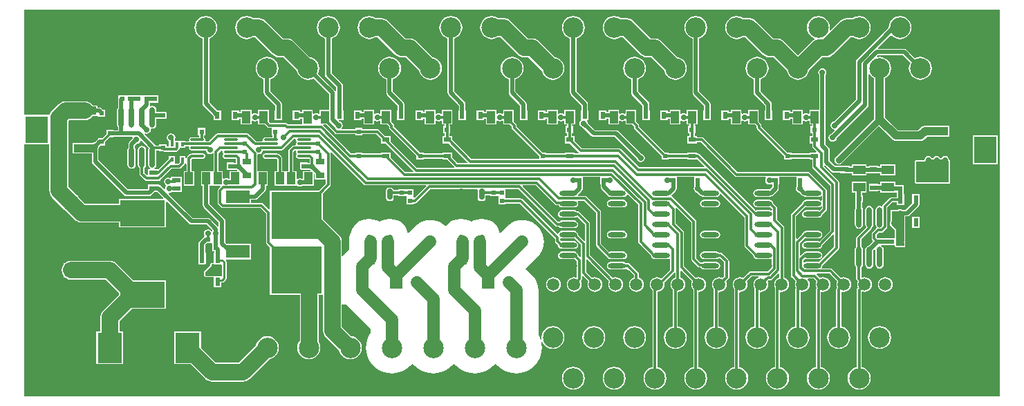
<source format=gtl>
%FSLAX44Y44*%
%MOMM*%
G71*
G01*
G75*
G04 Layer_Physical_Order=1*
G04 Layer_Color=255*
%ADD10R,0.6000X0.6000*%
%ADD11R,0.6300X0.8300*%
%ADD12R,5.5000X3.2000*%
%ADD13R,1.0000X1.5000*%
%ADD14R,3.0000X1.6000*%
%ADD15R,6.2000X5.8000*%
%ADD16R,2.7000X1.0000*%
%ADD17R,2.7000X3.3000*%
%ADD18O,2.1500X0.6000*%
%ADD19O,0.7000X2.5000*%
G04:AMPARAMS|DCode=20|XSize=0.6mm|YSize=1.3mm|CornerRadius=0.15mm|HoleSize=0mm|Usage=FLASHONLY|Rotation=180.000|XOffset=0mm|YOffset=0mm|HoleType=Round|Shape=RoundedRectangle|*
%AMROUNDEDRECTD20*
21,1,0.6000,1.0000,0,0,180.0*
21,1,0.3000,1.3000,0,0,180.0*
1,1,0.3000,-0.1500,0.5000*
1,1,0.3000,0.1500,0.5000*
1,1,0.3000,0.1500,-0.5000*
1,1,0.3000,-0.1500,-0.5000*
%
%ADD20ROUNDEDRECTD20*%
%ADD21R,0.6000X0.6000*%
%ADD22R,0.4500X0.6000*%
%ADD23O,1.7000X0.3000*%
%ADD24R,1.1000X0.6000*%
%ADD25R,1.0000X0.8000*%
%ADD26R,0.9000X0.6000*%
%ADD27R,0.6000X1.1000*%
%ADD28R,1.5000X2.1000*%
%ADD29R,0.8300X0.6300*%
%ADD30R,1.5000X1.0000*%
%ADD31R,3.0000X3.7500*%
%ADD32C,1.5000*%
%ADD33C,0.3000*%
%ADD34C,0.5000*%
%ADD35C,1.8000*%
%ADD36C,2.0000*%
%ADD37C,0.7500*%
%ADD38C,1.0000*%
%ADD39C,0.2600*%
%ADD40C,0.2500*%
%ADD41C,1.5000*%
%ADD42R,1.5000X1.5000*%
%ADD43C,2.5000*%
%ADD44C,6.0000*%
%ADD45C,1.6000*%
%ADD46C,0.7000*%
G36*
X244949Y304292D02*
X245632Y303460D01*
X245441Y302500D01*
X245674Y301329D01*
X246337Y300337D01*
Y299663D01*
X245674Y298671D01*
X245441Y297500D01*
X245674Y296330D01*
X246337Y295337D01*
X247330Y294674D01*
X248500Y294441D01*
X261233D01*
X261941Y293733D01*
Y289079D01*
X259500D01*
Y289500D01*
X250500D01*
Y280500D01*
X259500D01*
Y280922D01*
X262104D01*
X263049Y280290D01*
X263181Y280264D01*
X263057Y279000D01*
X254000D01*
Y270188D01*
X252880Y269589D01*
X251951Y270210D01*
X250000Y270598D01*
X248049Y270210D01*
X247120Y269589D01*
X246000Y270188D01*
Y279000D01*
X240559D01*
Y301233D01*
X243680Y304355D01*
X244949Y304292D01*
D02*
G37*
G36*
X334949Y304292D02*
X335632Y303460D01*
X335441Y302500D01*
X335674Y301330D01*
X336337Y300337D01*
Y299663D01*
X335674Y298671D01*
X335441Y297500D01*
X335674Y296330D01*
X336337Y295337D01*
X337330Y294674D01*
X338500Y294441D01*
X345500D01*
X345500Y294441D01*
X351233D01*
X351941Y293733D01*
Y289079D01*
X349500D01*
Y289500D01*
X340500D01*
Y280500D01*
X349500D01*
Y280922D01*
X352104D01*
X353049Y280290D01*
X353181Y280264D01*
X353057Y279000D01*
X344000D01*
Y269688D01*
X342880Y269089D01*
X341951Y269710D01*
X340000Y270098D01*
X338049Y269710D01*
X337120Y269089D01*
X336000Y269688D01*
Y279000D01*
X332059D01*
Y302733D01*
X333680Y304355D01*
X334949Y304292D01*
D02*
G37*
G36*
X335533Y317959D02*
X335441Y317500D01*
X335674Y316330D01*
X336337Y315337D01*
Y314663D01*
X335674Y313671D01*
X335441Y312500D01*
X335632Y311541D01*
X334827Y310559D01*
X332500D01*
X332500Y310559D01*
X331330Y310326D01*
X330337Y309663D01*
X330337Y309663D01*
X326837Y306163D01*
X326174Y305170D01*
X325941Y304000D01*
X325941Y304000D01*
Y279000D01*
X323000D01*
Y279000D01*
X322276Y279000D01*
X322000D01*
Y279000D01*
X322000D01*
X322000D01*
X318559D01*
Y294500D01*
X318326Y295671D01*
X318060Y296068D01*
X317663Y296663D01*
X317663Y296663D01*
X314663Y299663D01*
X313671Y300326D01*
X312500Y300559D01*
X312500Y300559D01*
X297500D01*
X296330Y300326D01*
X295337Y299663D01*
X294674Y298671D01*
X294441Y297500D01*
X294674Y296330D01*
X295337Y295337D01*
X296330Y294674D01*
X297500Y294441D01*
X311233D01*
X312441Y293233D01*
Y279000D01*
X309000D01*
Y261000D01*
X322000D01*
Y261000D01*
X323000Y261000D01*
Y261000D01*
X336000D01*
Y261000D01*
X336987Y261000D01*
X338049Y260290D01*
X340000Y259902D01*
X341951Y260290D01*
X342896Y260922D01*
X350000D01*
X350000Y260922D01*
X350394Y261000D01*
X357000D01*
Y275573D01*
X357444Y275757D01*
X358500Y275051D01*
Y268500D01*
X371500D01*
D01*
X371500D01*
X371941Y268059D01*
Y263767D01*
X363674Y255500D01*
X303400D01*
Y232335D01*
X302227Y231849D01*
X295163Y238913D01*
X294170Y239576D01*
X293000Y239809D01*
X293000Y239809D01*
X280600D01*
Y243782D01*
X285360D01*
X285360Y243782D01*
X286662Y244041D01*
X286921Y244092D01*
X288244Y244976D01*
X297384Y254116D01*
X297384Y254116D01*
X298268Y255439D01*
X298319Y255698D01*
X298578Y257000D01*
X298578Y257000D01*
Y261000D01*
X301000D01*
Y279000D01*
X288059D01*
Y299287D01*
X289041Y300093D01*
X290000Y299902D01*
X291951Y300290D01*
X293605Y301395D01*
X294710Y303049D01*
X294987Y304441D01*
X317500D01*
X317500Y304441D01*
X318671Y304674D01*
X319663Y305337D01*
X333267Y318941D01*
X334727D01*
X335533Y317959D01*
D02*
G37*
G36*
X382837Y325337D02*
X382837Y325337D01*
X383432Y324940D01*
X383830Y324674D01*
X385000Y324441D01*
X408000D01*
Y323000D01*
X417000D01*
Y324441D01*
X433733D01*
X439500Y318674D01*
Y313000D01*
X445174D01*
X478942Y279232D01*
X478456Y278059D01*
X469267D01*
X451500Y295826D01*
Y302000D01*
X439500D01*
Y300559D01*
X417000D01*
Y302000D01*
X408000D01*
Y300559D01*
X403017D01*
X368749Y334827D01*
X369235Y336000D01*
X372174D01*
X382837Y325337D01*
D02*
G37*
G36*
X1197176Y2824D02*
X2824D01*
Y311824D01*
X3000Y312000D01*
X3722Y312000D01*
X3722Y312000D01*
Y312000D01*
X32503D01*
X32503Y312000D01*
Y312000D01*
X33000Y312000D01*
X33401Y311599D01*
Y255000D01*
X33401Y255000D01*
X33612Y253393D01*
X33796Y251998D01*
X34475Y250359D01*
X34955Y249201D01*
X36798Y246798D01*
X51000Y232596D01*
Y231000D01*
X52596D01*
X64298Y219298D01*
X64298Y219298D01*
X65658Y218255D01*
X66701Y217455D01*
X69498Y216296D01*
X72500Y215901D01*
X72500Y215901D01*
X118500D01*
Y210000D01*
X176500D01*
Y241073D01*
X177673Y241559D01*
X204616Y214616D01*
X204616Y214616D01*
X205939Y213732D01*
X206198Y213681D01*
X207500Y213422D01*
X207500Y213422D01*
X225811D01*
X233092Y206140D01*
X232606Y204967D01*
X231865D01*
X231105Y206105D01*
X229451Y207210D01*
X227500Y207598D01*
X225549Y207210D01*
X223895Y206105D01*
X222790Y204451D01*
X222402Y202500D01*
X222790Y200549D01*
X223218Y199909D01*
X223000Y199500D01*
X223000D01*
X223000Y199500D01*
Y198475D01*
X222116Y197884D01*
X222116Y197884D01*
X217116Y192884D01*
X216232Y191561D01*
X216181Y191302D01*
X215922Y190000D01*
X215922Y190000D01*
Y172002D01*
X215922Y172002D01*
X216001Y171603D01*
Y164501D01*
X225001D01*
Y178501D01*
X224078D01*
Y188311D01*
X226268Y190500D01*
X232000D01*
Y190500D01*
X232102D01*
X233000Y189602D01*
Y189500D01*
X233000D01*
Y180500D01*
X235423D01*
Y178501D01*
X235001D01*
Y166624D01*
X233336D01*
X233182Y166560D01*
X233019Y166593D01*
X231762Y166342D01*
X231493Y166163D01*
X231176Y166100D01*
X230997Y165831D01*
X230728Y165652D01*
X230665Y165335D01*
X230486Y165067D01*
X230238Y163823D01*
X229623Y162901D01*
X223431Y156710D01*
X222956Y155562D01*
Y151399D01*
X223431Y150251D01*
X224329Y149353D01*
X225477Y148878D01*
X225501D01*
X225501Y148878D01*
X234501D01*
X235001Y147670D01*
Y136501D01*
X244001D01*
Y142196D01*
X245000D01*
X246073Y142410D01*
X246983Y143018D01*
X249483Y145518D01*
X250091Y146427D01*
X250304Y147500D01*
Y167500D01*
X250091Y168573D01*
X249483Y169483D01*
X249279Y169687D01*
X249765Y170860D01*
X280600D01*
Y189860D01*
X250908D01*
X249079Y191689D01*
Y217500D01*
X248768Y219061D01*
X247884Y220384D01*
X247884Y220384D01*
X229578Y238689D01*
Y261000D01*
X232000D01*
Y261000D01*
X233000Y261000D01*
Y261000D01*
X242515D01*
X243001Y259827D01*
X240337Y257163D01*
X239674Y256171D01*
X239441Y255000D01*
X239441Y255000D01*
Y240000D01*
X239441Y240000D01*
X239674Y238830D01*
X240337Y237837D01*
X243587Y234587D01*
X244580Y233924D01*
X245750Y233691D01*
X245750Y233691D01*
X291733D01*
X298691Y226733D01*
Y191650D01*
X298691Y191650D01*
X298924Y190480D01*
X299587Y189487D01*
X303400Y185674D01*
Y127000D01*
X340001D01*
Y71163D01*
X338771Y69560D01*
X337360Y66155D01*
X336879Y62500D01*
X337360Y58845D01*
X338771Y55440D01*
X341015Y52515D01*
X343940Y50271D01*
X347345Y48861D01*
X351000Y48379D01*
X354655Y48861D01*
X358060Y50271D01*
X360985Y52515D01*
X363229Y55440D01*
X364640Y58845D01*
X365121Y62500D01*
X364640Y66155D01*
X363229Y69560D01*
X363199Y69599D01*
Y127000D01*
X368400D01*
X368400Y127000D01*
D01*
X368401Y126999D01*
Y83455D01*
X368401Y83455D01*
X368796Y80453D01*
X369955Y77656D01*
X371798Y75253D01*
X385938Y61113D01*
X388078Y59471D01*
X388161Y58845D01*
X389571Y55440D01*
X391815Y52515D01*
X394740Y50271D01*
X398145Y48861D01*
X401800Y48379D01*
X405455Y48861D01*
X408861Y50271D01*
X411785Y52515D01*
X414029Y55440D01*
X415440Y58845D01*
X415921Y62500D01*
X415440Y66155D01*
X414029Y69560D01*
X411785Y72485D01*
X408861Y74729D01*
X405455Y76140D01*
X403168Y76441D01*
X402342Y77517D01*
X391599Y88260D01*
Y115500D01*
X397024D01*
X397704Y114704D01*
X426618Y85789D01*
Y80389D01*
X424447Y76845D01*
X422549Y72264D01*
X421392Y67443D01*
X421003Y62500D01*
X421392Y57557D01*
X422549Y52736D01*
X424447Y48155D01*
X427037Y43928D01*
X430257Y40157D01*
X434028Y36937D01*
X438255Y34347D01*
X442836Y32449D01*
X447657Y31292D01*
X452600Y30903D01*
X457543Y31292D01*
X462364Y32449D01*
X466945Y34347D01*
X471173Y36937D01*
X474943Y40157D01*
X477365Y42993D01*
X478635D01*
X481057Y40157D01*
X484828Y36937D01*
X489055Y34347D01*
X493636Y32449D01*
X498457Y31292D01*
X503400Y30903D01*
X508343Y31292D01*
X513164Y32449D01*
X517745Y34347D01*
X521973Y36937D01*
X525743Y40157D01*
X528165Y42993D01*
X529435D01*
X531857Y40157D01*
X535628Y36937D01*
X539855Y34347D01*
X544436Y32449D01*
X549257Y31292D01*
X554200Y30903D01*
X559143Y31292D01*
X563964Y32449D01*
X568545Y34347D01*
X572773Y36937D01*
X576543Y40157D01*
X578965Y42993D01*
X580235D01*
X582657Y40157D01*
X586428Y36937D01*
X590655Y34347D01*
X595236Y32449D01*
X600057Y31292D01*
X605000Y30903D01*
X609943Y31292D01*
X614764Y32449D01*
X619345Y34347D01*
X623573Y36937D01*
X627343Y40157D01*
X630563Y43928D01*
X633154Y48155D01*
X635051Y52736D01*
X636208Y57557D01*
X636598Y62500D01*
X636208Y67443D01*
X635660Y69728D01*
X636868Y70121D01*
X637771Y67940D01*
X640015Y65015D01*
X642940Y62771D01*
X646345Y61361D01*
X650000Y60879D01*
X653655Y61361D01*
X657060Y62771D01*
X659985Y65015D01*
X662229Y67940D01*
X663640Y71345D01*
X664121Y75000D01*
X663640Y78655D01*
X662229Y82060D01*
X659985Y84985D01*
X657060Y87229D01*
X653655Y88640D01*
X650000Y89121D01*
X646345Y88640D01*
X642940Y87229D01*
X640015Y84985D01*
X637771Y82060D01*
X636361Y78655D01*
X635879Y75000D01*
X636158Y72882D01*
X634931Y72553D01*
X633154Y76845D01*
X632182Y78431D01*
Y132900D01*
X631855Y137058D01*
X630881Y141114D01*
X629285Y144968D01*
X627105Y148525D01*
X624396Y151696D01*
X616843Y159250D01*
X631296Y173704D01*
X634005Y176876D01*
X636185Y180432D01*
X636652Y181561D01*
X637781Y184286D01*
X638566Y187557D01*
X638755Y188342D01*
X639082Y192500D01*
X638755Y196658D01*
X637781Y200714D01*
X636185Y204568D01*
X634005Y208125D01*
X631296Y211296D01*
X628125Y214005D01*
X624568Y216185D01*
X620714Y217781D01*
X616659Y218755D01*
X612500Y219082D01*
X608342Y218755D01*
X607557Y218566D01*
X604286Y217781D01*
X601561Y216652D01*
X600432Y216185D01*
X596876Y214005D01*
X593704Y211296D01*
X585752Y203344D01*
X584506Y203592D01*
X584185Y204368D01*
X584108Y204494D01*
X583231Y207383D01*
X581328Y210944D01*
X578766Y214066D01*
X575644Y216628D01*
X572083Y218531D01*
X568219Y219704D01*
X564200Y220099D01*
X561200D01*
X557181Y219704D01*
X553317Y218531D01*
X550000Y216758D01*
X546683Y218531D01*
X542819Y219704D01*
X538800Y220099D01*
X535800D01*
X531781Y219704D01*
X527917Y218531D01*
X524356Y216628D01*
X521234Y214066D01*
X519469Y211915D01*
X518204Y211803D01*
X515625Y214005D01*
X512068Y216185D01*
X508214Y217781D01*
X504159Y218755D01*
X500000Y219082D01*
X495842Y218755D01*
X495057Y218566D01*
X491786Y217781D01*
X489061Y216652D01*
X487932Y216185D01*
X484376Y214005D01*
X481204Y211296D01*
X473252Y203344D01*
X472006Y203592D01*
X471685Y204368D01*
X471608Y204494D01*
X470731Y207383D01*
X468828Y210944D01*
X466266Y214066D01*
X463144Y216628D01*
X459583Y218531D01*
X455719Y219704D01*
X451700Y220099D01*
X448700D01*
X444681Y219704D01*
X440817Y218531D01*
X437500Y216758D01*
X434183Y218531D01*
X430319Y219704D01*
X426300Y220099D01*
X423300D01*
X419281Y219704D01*
X415417Y218531D01*
X411856Y216628D01*
X408734Y214066D01*
X406172Y210944D01*
X404269Y207383D01*
X403392Y204494D01*
X403315Y204368D01*
X401719Y200514D01*
X400746Y196458D01*
X400418Y192300D01*
Y183511D01*
X397704Y180796D01*
X394995Y177625D01*
X393080Y174500D01*
X391599D01*
Y192500D01*
X391204Y195502D01*
X390045Y198300D01*
X388202Y200702D01*
X388202Y200702D01*
X368400Y220504D01*
Y251574D01*
X377163Y260337D01*
X377163Y260337D01*
X377826Y261330D01*
X378059Y262500D01*
Y300250D01*
X378059Y300250D01*
X377836Y301369D01*
X378956Y301968D01*
X418337Y262587D01*
X418337Y262587D01*
X419329Y261924D01*
X420500Y261691D01*
X494456D01*
X494942Y260518D01*
X480673Y246249D01*
X479500Y246735D01*
Y247000D01*
X479500D01*
X479500Y248000D01*
X479500Y248000D01*
Y248000D01*
Y257000D01*
X470500D01*
Y257000D01*
X469776Y257000D01*
X469500Y257000D01*
Y257000D01*
X469500D01*
X469500D01*
X460500D01*
Y255559D01*
X454747D01*
X454526Y256671D01*
X453863Y257663D01*
X452871Y258326D01*
X451700Y258559D01*
X448700D01*
X447530Y258326D01*
X446537Y257663D01*
X445874Y256671D01*
X445641Y255500D01*
Y245500D01*
X445874Y244330D01*
X446537Y243337D01*
X447530Y242674D01*
X448700Y242441D01*
X451700D01*
X452871Y242674D01*
X453863Y243337D01*
X454526Y244330D01*
X454759Y245500D01*
Y249441D01*
X460500D01*
Y248000D01*
X469500D01*
Y248000D01*
X470500Y248000D01*
Y247000D01*
X470500D01*
Y238000D01*
X479500D01*
Y239441D01*
X481250D01*
X481250Y239441D01*
X482421Y239674D01*
X483413Y240337D01*
X500017Y256941D01*
X557427D01*
X558233Y255959D01*
X558141Y255500D01*
Y245500D01*
X558374Y244330D01*
X559037Y243337D01*
X560030Y242674D01*
X561200Y242441D01*
X564200D01*
X565371Y242674D01*
X566363Y243337D01*
X567026Y244330D01*
X567259Y245500D01*
Y249441D01*
X573000D01*
Y248000D01*
X582000D01*
Y248000D01*
X583000Y248000D01*
Y247000D01*
X583000D01*
Y238000D01*
X592000D01*
Y239441D01*
X609233D01*
X652441Y196233D01*
Y193174D01*
X652441Y193174D01*
X652674Y192004D01*
X653337Y191011D01*
X656227Y188121D01*
X656511Y186694D01*
X657506Y185206D01*
X658994Y184211D01*
X660750Y183862D01*
X676250D01*
X678006Y184211D01*
X679494Y185206D01*
X680489Y186694D01*
X680838Y188450D01*
X680489Y190206D01*
X679494Y191695D01*
X678006Y192689D01*
X676250Y193038D01*
X660750D01*
X660092Y192908D01*
X658559Y194441D01*
Y195997D01*
X659540Y196803D01*
X660750Y196562D01*
X676250D01*
X676552Y196622D01*
X684441Y188733D01*
Y174044D01*
X683268Y173558D01*
X680779Y176047D01*
X680489Y177506D01*
X679494Y178994D01*
X678006Y179989D01*
X676250Y180338D01*
X660750D01*
X658994Y179989D01*
X657506Y178994D01*
X656511Y177506D01*
X656162Y175750D01*
X656511Y173994D01*
X657506Y172506D01*
X658994Y171511D01*
X660750Y171162D01*
X676250D01*
X676886Y171288D01*
X679441Y168733D01*
Y149431D01*
X678449Y148768D01*
X676100Y149078D01*
X673751Y148768D01*
X671561Y147861D01*
X669681Y146419D01*
X668239Y144539D01*
X667332Y142350D01*
X667022Y140000D01*
X667332Y137650D01*
X668239Y135461D01*
X669681Y133581D01*
X671561Y132139D01*
X673751Y131232D01*
X676100Y130922D01*
X678449Y131232D01*
X680639Y132139D01*
X682519Y133581D01*
X683961Y135461D01*
X684868Y137650D01*
X685178Y140000D01*
X684868Y142350D01*
X684255Y143829D01*
X684663Y144237D01*
X684663Y144237D01*
X685326Y145230D01*
X685559Y146400D01*
X685559Y146400D01*
Y149956D01*
X686732Y150442D01*
X693345Y143829D01*
X692732Y142350D01*
X692422Y140000D01*
X692732Y137650D01*
X693639Y135461D01*
X695081Y133581D01*
X696961Y132139D01*
X699150Y131232D01*
X701500Y130922D01*
X703849Y131232D01*
X706039Y132139D01*
X707919Y133581D01*
X709361Y135461D01*
X710268Y137650D01*
X710578Y140000D01*
X710268Y142350D01*
X709361Y144539D01*
X707919Y146419D01*
X706039Y147861D01*
X703849Y148768D01*
X701500Y149078D01*
X699150Y148768D01*
X697671Y148155D01*
X690559Y155267D01*
Y170356D01*
X691732Y170842D01*
X718745Y143829D01*
X718132Y142350D01*
X717822Y140000D01*
X718132Y137650D01*
X719038Y135461D01*
X720481Y133581D01*
X722361Y132139D01*
X724550Y131232D01*
X726900Y130922D01*
X729249Y131232D01*
X731439Y132139D01*
X733319Y133581D01*
X734761Y135461D01*
X735668Y137650D01*
X735978Y140000D01*
X735668Y142350D01*
X734761Y144539D01*
X733319Y146419D01*
X731439Y147861D01*
X729249Y148768D01*
X726900Y149078D01*
X724550Y148768D01*
X723071Y148155D01*
X695559Y175667D01*
Y214750D01*
X695559Y214750D01*
X695326Y215920D01*
X694663Y216913D01*
X694663Y216913D01*
X682863Y228713D01*
X681870Y229376D01*
X680700Y229609D01*
X680700Y229609D01*
X679619D01*
X679494Y229795D01*
X678006Y230789D01*
X676250Y231138D01*
X660750D01*
X658994Y230789D01*
X657506Y229795D01*
X656511Y228306D01*
X656162Y226550D01*
X656511Y224794D01*
X657506Y223306D01*
X658994Y222311D01*
X660750Y221962D01*
X676250D01*
X678006Y222311D01*
X679494Y223306D01*
X679607Y223317D01*
X689441Y213483D01*
Y194044D01*
X688268Y193558D01*
X680811Y201015D01*
X680838Y201150D01*
X680489Y202906D01*
X679494Y204394D01*
X678006Y205389D01*
X676250Y205738D01*
X660750D01*
X658994Y205389D01*
X657506Y204394D01*
X656511Y202906D01*
X656427Y202483D01*
X655212Y202114D01*
X612663Y244663D01*
X611670Y245326D01*
X610500Y245559D01*
X610500Y245559D01*
X592000D01*
Y247000D01*
X592000D01*
X592000Y248000D01*
X592000Y248000D01*
Y248000D01*
Y256941D01*
X607733D01*
X652837Y211837D01*
X652837Y211837D01*
X653829Y211174D01*
X655000Y210941D01*
X657282D01*
X657506Y210606D01*
X658994Y209611D01*
X660750Y209262D01*
X676250D01*
X678006Y209611D01*
X679494Y210606D01*
X680489Y212094D01*
X680838Y213850D01*
X680489Y215606D01*
X679494Y217094D01*
X678006Y218089D01*
X676250Y218438D01*
X660750D01*
X658994Y218089D01*
X657506Y217094D01*
X657482Y217059D01*
X656267D01*
X612808Y260518D01*
X613294Y261691D01*
X628983D01*
X652587Y238087D01*
X652587Y238087D01*
X653579Y237424D01*
X654750Y237191D01*
X654750Y237191D01*
X656714D01*
X657506Y236006D01*
X658994Y235011D01*
X660750Y234662D01*
X676250D01*
X678006Y235011D01*
X679494Y236006D01*
X680489Y237494D01*
X680838Y239250D01*
X680489Y241006D01*
X680278Y241321D01*
X680877Y242441D01*
X688233D01*
X702941Y227733D01*
Y189000D01*
X702941Y189000D01*
X703174Y187830D01*
X703837Y186837D01*
X716469Y174205D01*
X716511Y173994D01*
X717506Y172506D01*
X718994Y171511D01*
X720750Y171162D01*
X736250D01*
X738006Y171511D01*
X739494Y172506D01*
X740489Y173994D01*
X740838Y175750D01*
X740489Y177506D01*
X739494Y178995D01*
X738006Y179989D01*
X736250Y180338D01*
X720750D01*
X719280Y180046D01*
X709059Y190267D01*
Y229000D01*
X709059Y229000D01*
X708826Y230171D01*
X708163Y231163D01*
X691663Y247663D01*
X690671Y248326D01*
X689500Y248559D01*
X689500Y248559D01*
X680986D01*
X680500Y249732D01*
X685384Y254616D01*
X686268Y255939D01*
X686320Y256198D01*
X686579Y257500D01*
X686578Y257500D01*
Y263000D01*
X687000D01*
Y271941D01*
X708000D01*
Y263000D01*
X708422D01*
Y260000D01*
X708422Y260000D01*
X708681Y258698D01*
X708732Y258439D01*
X709616Y257116D01*
X716505Y250228D01*
X716511Y250194D01*
X717506Y248706D01*
X718994Y247711D01*
X720750Y247362D01*
X736250D01*
X738006Y247711D01*
X739494Y248706D01*
X740489Y250194D01*
X740515Y250325D01*
X741730Y250694D01*
X754441Y237983D01*
Y192500D01*
X754441Y192500D01*
X754674Y191330D01*
X755337Y190337D01*
X770221Y175453D01*
X770511Y173994D01*
X771506Y172506D01*
X772994Y171511D01*
X774750Y171162D01*
X790250D01*
X792006Y171511D01*
X792321Y171722D01*
X793441Y171123D01*
Y157767D01*
X782973Y147298D01*
X782239Y147861D01*
X780050Y148768D01*
X777700Y149078D01*
X775350Y148768D01*
X773161Y147861D01*
X771281Y146419D01*
X769839Y144539D01*
X768932Y142350D01*
X768622Y140000D01*
X768932Y137650D01*
X769839Y135461D01*
X771281Y133581D01*
X771941Y133075D01*
Y38718D01*
X771345Y38640D01*
X767940Y37229D01*
X765015Y34985D01*
X762771Y32060D01*
X761360Y28655D01*
X760879Y25000D01*
X761360Y21345D01*
X762771Y17940D01*
X765015Y15015D01*
X767940Y12771D01*
X771345Y11360D01*
X775000Y10879D01*
X778655Y11360D01*
X782060Y12771D01*
X784985Y15015D01*
X787229Y17940D01*
X788640Y21345D01*
X789121Y25000D01*
X788640Y28655D01*
X787229Y32060D01*
X784985Y34985D01*
X782060Y37229D01*
X778655Y38640D01*
X778059Y38718D01*
Y130970D01*
X780050Y131232D01*
X782239Y132139D01*
X784119Y133581D01*
X785562Y135461D01*
X786468Y137650D01*
X786778Y140000D01*
X786492Y142167D01*
X798663Y154337D01*
X798663Y154337D01*
X798826Y154581D01*
X800041Y154212D01*
Y148475D01*
X798561Y147861D01*
X796681Y146419D01*
X795238Y144539D01*
X794332Y142350D01*
X794022Y140000D01*
X794332Y137650D01*
X795238Y135461D01*
X796681Y133581D01*
X796941Y133381D01*
Y88718D01*
X796345Y88640D01*
X792940Y87229D01*
X790015Y84985D01*
X787771Y82060D01*
X786360Y78655D01*
X785879Y75000D01*
X786360Y71345D01*
X787771Y67940D01*
X790015Y65015D01*
X792940Y62771D01*
X796345Y61361D01*
X800000Y60879D01*
X803655Y61361D01*
X807060Y62771D01*
X809985Y65015D01*
X812229Y67940D01*
X813640Y71345D01*
X814121Y75000D01*
X813640Y78655D01*
X812229Y82060D01*
X809985Y84985D01*
X807060Y87229D01*
X803655Y88640D01*
X803059Y88718D01*
Y130886D01*
X803100Y130922D01*
X805449Y131232D01*
X807639Y132139D01*
X809519Y133581D01*
X810961Y135461D01*
X811868Y137650D01*
X812178Y140000D01*
X811868Y142350D01*
X810961Y144539D01*
X809519Y146419D01*
X807639Y147861D01*
X806159Y148475D01*
Y156356D01*
X807332Y156842D01*
X820345Y143829D01*
X819732Y142350D01*
X819422Y140000D01*
X819732Y137650D01*
X820639Y135461D01*
X821941Y133763D01*
Y38718D01*
X821345Y38640D01*
X817940Y37229D01*
X815015Y34985D01*
X812771Y32060D01*
X811360Y28655D01*
X810879Y25000D01*
X811360Y21345D01*
X812771Y17940D01*
X815015Y15015D01*
X817940Y12771D01*
X821345Y11360D01*
X825000Y10879D01*
X828655Y11360D01*
X832060Y12771D01*
X834985Y15015D01*
X837229Y17940D01*
X838640Y21345D01*
X839121Y25000D01*
X838640Y28655D01*
X837229Y32060D01*
X834985Y34985D01*
X832060Y37229D01*
X828655Y38640D01*
X828059Y38718D01*
Y130535D01*
X828500Y130922D01*
X830850Y131232D01*
X833039Y132139D01*
X834919Y133581D01*
X836361Y135461D01*
X837268Y137650D01*
X837578Y140000D01*
X837268Y142350D01*
X836361Y144539D01*
X834919Y146419D01*
X833039Y147861D01*
X830850Y148768D01*
X828500Y149078D01*
X826151Y148768D01*
X824670Y148155D01*
X810659Y162167D01*
Y203764D01*
X810426Y204935D01*
X809763Y205927D01*
X809763Y205927D01*
X800559Y215131D01*
Y232500D01*
X800427Y233160D01*
X801547Y233759D01*
X819441Y215865D01*
Y171250D01*
X819441Y171250D01*
X819674Y170079D01*
X820337Y169087D01*
X827537Y161887D01*
X827537Y161887D01*
X828132Y161490D01*
X828529Y161224D01*
X829700Y160991D01*
X830714D01*
X831506Y159806D01*
X832994Y158811D01*
X834750Y158462D01*
X850250D01*
X852006Y158811D01*
X853494Y159806D01*
X854489Y161294D01*
X854838Y163050D01*
X854489Y164806D01*
X853494Y166294D01*
X852006Y167289D01*
X850250Y167638D01*
X834750D01*
X832994Y167289D01*
X832725Y167109D01*
X830967D01*
X825559Y172517D01*
Y217132D01*
X825326Y218303D01*
X824663Y219295D01*
X824663Y219295D01*
X796545Y247413D01*
X795553Y248076D01*
X795487Y248089D01*
X795421Y248188D01*
X795080Y249312D01*
X800384Y254616D01*
X801268Y255939D01*
X801320Y256198D01*
X801579Y257500D01*
X801579Y257500D01*
Y263000D01*
X802000D01*
Y271941D01*
X823000D01*
Y263000D01*
X823422D01*
Y260396D01*
X822790Y259451D01*
X822402Y257500D01*
X822790Y255549D01*
X823895Y253895D01*
X825549Y252790D01*
X826664Y252568D01*
X830166Y249066D01*
X830166Y249066D01*
X831489Y248182D01*
X832628Y247956D01*
X832994Y247711D01*
X834750Y247362D01*
X850250D01*
X852006Y247711D01*
X853494Y248706D01*
X854489Y250194D01*
X854598Y250742D01*
X855813Y251111D01*
X884441Y222483D01*
Y187500D01*
X884441Y187500D01*
X884674Y186330D01*
X885337Y185337D01*
X895221Y175453D01*
X895511Y173994D01*
X896506Y172506D01*
X897994Y171511D01*
X899750Y171162D01*
X915250D01*
X917006Y171511D01*
X917071Y171555D01*
X918191Y170956D01*
Y160767D01*
X913483Y156059D01*
X892300D01*
X891130Y155826D01*
X890137Y155163D01*
X883130Y148155D01*
X881649Y148768D01*
X879300Y149078D01*
X876951Y148768D01*
X874761Y147861D01*
X872881Y146419D01*
X871439Y144539D01*
X870532Y142350D01*
X870222Y140000D01*
X870532Y137650D01*
X871439Y135461D01*
X871941Y134806D01*
Y38718D01*
X871345Y38640D01*
X867940Y37229D01*
X865015Y34985D01*
X862771Y32060D01*
X861360Y28655D01*
X860879Y25000D01*
X861360Y21345D01*
X862771Y17940D01*
X865015Y15015D01*
X867940Y12771D01*
X871345Y11360D01*
X875000Y10879D01*
X878655Y11360D01*
X882060Y12771D01*
X884985Y15015D01*
X887229Y17940D01*
X888640Y21345D01*
X889121Y25000D01*
X888640Y28655D01*
X887229Y32060D01*
X884985Y34985D01*
X882060Y37229D01*
X878655Y38640D01*
X878059Y38718D01*
Y130123D01*
X879014Y130960D01*
X879300Y130922D01*
X881649Y131232D01*
X883839Y132139D01*
X885719Y133581D01*
X887161Y135461D01*
X888068Y137650D01*
X888378Y140000D01*
X888068Y142350D01*
X887455Y143829D01*
X893567Y149941D01*
X901927D01*
X902175Y148696D01*
X900161Y147861D01*
X898281Y146419D01*
X896839Y144539D01*
X895932Y142350D01*
X895622Y140000D01*
X895932Y137650D01*
X896839Y135461D01*
X896946Y135322D01*
X896941Y135300D01*
X896941Y135300D01*
Y88718D01*
X896345Y88640D01*
X892940Y87229D01*
X890015Y84985D01*
X887771Y82060D01*
X886360Y78655D01*
X885879Y75000D01*
X886360Y71345D01*
X887771Y67940D01*
X890015Y65015D01*
X892940Y62771D01*
X896345Y61361D01*
X900000Y60879D01*
X903655Y61361D01*
X907060Y62771D01*
X909985Y65015D01*
X912229Y67940D01*
X913640Y71345D01*
X914121Y75000D01*
X913640Y78655D01*
X912229Y82060D01*
X909985Y84985D01*
X907060Y87229D01*
X903655Y88640D01*
X903059Y88718D01*
Y130175D01*
X904014Y131013D01*
X904700Y130922D01*
X907049Y131232D01*
X909239Y132139D01*
X911119Y133581D01*
X912561Y135461D01*
X913468Y137650D01*
X913778Y140000D01*
X913468Y142350D01*
X912855Y143829D01*
X914467Y145441D01*
X916614D01*
X916614Y145441D01*
X917785Y145674D01*
X918777Y146337D01*
X926018Y153578D01*
X927191Y153092D01*
Y148537D01*
X925561Y147861D01*
X923681Y146419D01*
X922238Y144539D01*
X921332Y142350D01*
X921022Y140000D01*
X921332Y137650D01*
X922113Y135764D01*
X921941Y134900D01*
X921941Y134900D01*
Y38718D01*
X921345Y38640D01*
X917940Y37229D01*
X915015Y34985D01*
X912771Y32060D01*
X911360Y28655D01*
X910879Y25000D01*
X911360Y21345D01*
X912771Y17940D01*
X915015Y15015D01*
X917940Y12771D01*
X921345Y11360D01*
X925000Y10879D01*
X928655Y11360D01*
X932060Y12771D01*
X934985Y15015D01*
X937229Y17940D01*
X938640Y21345D01*
X939121Y25000D01*
X938640Y28655D01*
X937229Y32060D01*
X934985Y34985D01*
X932060Y37229D01*
X928655Y38640D01*
X928059Y38718D01*
Y130228D01*
X929014Y131065D01*
X930100Y130922D01*
X932449Y131232D01*
X934639Y132139D01*
X936519Y133581D01*
X937961Y135461D01*
X938868Y137650D01*
X939178Y140000D01*
X938868Y142350D01*
X937961Y144539D01*
X936519Y146419D01*
X934639Y147861D01*
X933309Y148412D01*
Y209750D01*
X933309Y209750D01*
X933076Y210921D01*
X932413Y211913D01*
X932413Y211913D01*
X924480Y219846D01*
Y233579D01*
X924480Y233579D01*
X924247Y234750D01*
X923584Y235742D01*
X923584Y235742D01*
X919779Y239546D01*
X919489Y241006D01*
X918494Y242494D01*
X917006Y243489D01*
X915250Y243838D01*
X899750D01*
X897994Y243489D01*
X896506Y242494D01*
X895511Y241006D01*
X895162Y239250D01*
X895511Y237494D01*
X896506Y236006D01*
X897994Y235011D01*
X899750Y234662D01*
X915250D01*
X915886Y234788D01*
X918314Y232361D01*
X918127Y231105D01*
X917242Y230631D01*
X917006Y230789D01*
X915250Y231138D01*
X899750D01*
X898447Y230879D01*
X829663Y299663D01*
X828671Y300326D01*
X827500Y300559D01*
X827500Y300559D01*
X826500D01*
Y302000D01*
X814500D01*
Y300559D01*
X792000D01*
Y302000D01*
X787083D01*
X755559Y333525D01*
Y335000D01*
X755326Y336171D01*
X754663Y337163D01*
X752000Y339826D01*
Y354000D01*
X739000D01*
Y349688D01*
X737880Y349089D01*
X736951Y349710D01*
X735000Y350098D01*
X733049Y349710D01*
X732120Y349089D01*
X731000Y349688D01*
Y354000D01*
X718000D01*
Y351578D01*
X715750D01*
Y353150D01*
X706450D01*
Y341850D01*
X715750D01*
Y343422D01*
X718000D01*
Y336000D01*
X731000D01*
Y340312D01*
X732120Y340911D01*
X733049Y340290D01*
X735000Y339902D01*
X736951Y340290D01*
X737880Y340911D01*
X739000Y340312D01*
Y336000D01*
X747174D01*
X749441Y333733D01*
Y332258D01*
X749441Y332257D01*
X749674Y331087D01*
X750337Y330095D01*
X783000Y297432D01*
Y293000D01*
X792000D01*
Y294441D01*
X814500D01*
Y293000D01*
X826500D01*
X826500Y293000D01*
Y293000D01*
X827330Y293344D01*
X835942Y284732D01*
X835456Y283559D01*
X755767D01*
X733163Y306163D01*
X732170Y306826D01*
X731000Y307059D01*
X731000Y307059D01*
X685267D01*
X676500Y315826D01*
Y322000D01*
X673559D01*
Y325500D01*
X674500D01*
Y334500D01*
X673559D01*
Y336000D01*
X677000D01*
Y354000D01*
X664000D01*
Y349688D01*
X662880Y349089D01*
X661951Y349710D01*
X660000Y350098D01*
X658049Y349710D01*
X657120Y349089D01*
X656000Y349688D01*
Y354000D01*
X643000D01*
Y351578D01*
X640750D01*
Y353150D01*
X631450D01*
Y341850D01*
X640750D01*
Y343422D01*
X643000D01*
Y336000D01*
X656000D01*
Y340312D01*
X657120Y340911D01*
X658049Y340290D01*
X660000Y339902D01*
X661951Y340290D01*
X662880Y340911D01*
X664000Y340312D01*
Y336000D01*
X667441D01*
Y334500D01*
X665500D01*
Y325500D01*
X667441D01*
Y322000D01*
X664500D01*
Y313000D01*
X670674D01*
X681837Y301837D01*
X681932Y301774D01*
X681563Y300559D01*
X676500D01*
Y302000D01*
X664500D01*
Y300559D01*
X642000D01*
Y302000D01*
X637083D01*
X605559Y333525D01*
Y335000D01*
X605326Y336171D01*
X604663Y337163D01*
X602000Y339826D01*
Y354000D01*
X589000D01*
Y349688D01*
X587880Y349089D01*
X586951Y349710D01*
X585000Y350098D01*
X583049Y349710D01*
X582120Y349089D01*
X581000Y349688D01*
Y354000D01*
X568000D01*
Y351578D01*
X565750D01*
Y353150D01*
X556450D01*
Y341850D01*
X565750D01*
Y343422D01*
X568000D01*
Y336000D01*
X581000D01*
Y340312D01*
X582120Y340911D01*
X583049Y340290D01*
X585000Y339902D01*
X586951Y340290D01*
X587880Y340911D01*
X589000Y340312D01*
Y336000D01*
X597174D01*
X599441Y333733D01*
Y332258D01*
X599441Y332257D01*
X599674Y331087D01*
X600337Y330095D01*
X633000Y297432D01*
Y294059D01*
X550267D01*
X526500Y317826D01*
Y322000D01*
X523559D01*
Y325500D01*
X524500D01*
Y334500D01*
X523559D01*
Y336000D01*
X527000D01*
Y354000D01*
X514000D01*
Y349688D01*
X512880Y349089D01*
X511951Y349710D01*
X510000Y350098D01*
X508049Y349710D01*
X507120Y349089D01*
X506000Y349688D01*
Y354000D01*
X493000D01*
Y351578D01*
X490750D01*
Y353150D01*
X481450D01*
Y341850D01*
X490750D01*
Y343422D01*
X493000D01*
Y336000D01*
X506000D01*
Y340312D01*
X507120Y340911D01*
X508049Y340290D01*
X510000Y339902D01*
X511951Y340290D01*
X512880Y340911D01*
X514000Y340312D01*
Y336000D01*
X517441D01*
Y334500D01*
X515500D01*
Y325500D01*
X517441D01*
Y322000D01*
X514500D01*
Y313000D01*
X522674D01*
X545442Y290232D01*
X544956Y289059D01*
X533267D01*
X526500Y295826D01*
Y302000D01*
X514500D01*
Y300559D01*
X492000D01*
Y302000D01*
X487076D01*
X455559Y333517D01*
Y335000D01*
X455326Y336171D01*
X454663Y337163D01*
X454663Y337163D01*
X452000Y339826D01*
Y354000D01*
X439000D01*
Y349688D01*
X437880Y349089D01*
X436951Y349710D01*
X435000Y350098D01*
X433049Y349710D01*
X432120Y349089D01*
X431000Y349688D01*
Y354000D01*
X418000D01*
Y351578D01*
X415750D01*
Y353150D01*
X406450D01*
Y341850D01*
X415750D01*
Y343422D01*
X418000D01*
Y336000D01*
X431000D01*
Y340312D01*
X432120Y340911D01*
X433049Y340290D01*
X435000Y339902D01*
X436951Y340290D01*
X437880Y340911D01*
X439000Y340312D01*
Y336000D01*
X447174D01*
X449441Y333733D01*
Y332250D01*
X449441Y332250D01*
X449674Y331079D01*
X450337Y330087D01*
X483000Y297424D01*
Y293000D01*
X492000D01*
Y294441D01*
X514500D01*
Y293000D01*
X520674D01*
X529129Y284545D01*
X529005Y283281D01*
X528672Y283059D01*
X483767D01*
X451500Y315326D01*
Y322000D01*
X444826D01*
X437163Y329663D01*
X436171Y330326D01*
X435000Y330559D01*
X435000Y330559D01*
X417000D01*
Y332000D01*
X408000D01*
Y330559D01*
X391893D01*
X391294Y331679D01*
X392210Y333049D01*
X392598Y335000D01*
X392210Y336951D01*
X391105Y338605D01*
X389451Y339710D01*
X388344Y339930D01*
X387746Y341050D01*
X388077Y341850D01*
X393550D01*
Y353150D01*
X392979D01*
Y383600D01*
X392979Y383600D01*
X392719Y384902D01*
X392668Y385161D01*
X391784Y386484D01*
X379078Y399189D01*
Y441536D01*
X382061Y442771D01*
X384985Y445015D01*
X387229Y447940D01*
X388640Y451345D01*
X389121Y455000D01*
X388640Y458655D01*
X387229Y462061D01*
X384985Y464985D01*
X382061Y467229D01*
X378655Y468640D01*
X375000Y469121D01*
X371345Y468640D01*
X367940Y467229D01*
X365015Y464985D01*
X362771Y462061D01*
X361361Y458655D01*
X360879Y455000D01*
X361361Y451345D01*
X362771Y447940D01*
X365015Y445015D01*
X367940Y442771D01*
X370922Y441536D01*
Y397500D01*
X370922Y397500D01*
X371181Y396198D01*
X371232Y395939D01*
X372116Y394616D01*
X384822Y381911D01*
Y377171D01*
X383606Y376803D01*
X382884Y377884D01*
X382884Y377884D01*
X362405Y398363D01*
X363640Y401345D01*
X364121Y405000D01*
X363640Y408655D01*
X362229Y412061D01*
X359985Y414985D01*
X357061Y417229D01*
X353655Y418640D01*
X352629Y418775D01*
X333202Y438202D01*
X330800Y440045D01*
X328002Y441204D01*
X325000Y441599D01*
X325000Y441599D01*
X319804D01*
X298202Y463202D01*
X295800Y465045D01*
X293002Y466204D01*
X290000Y466599D01*
X290000Y466599D01*
X282881D01*
X282061Y467229D01*
X278655Y468640D01*
X275000Y469121D01*
X271345Y468640D01*
X267940Y467229D01*
X265015Y464985D01*
X262771Y462061D01*
X261360Y458655D01*
X260879Y455000D01*
X261360Y451345D01*
X262771Y447940D01*
X265015Y445015D01*
X267940Y442771D01*
X271345Y441361D01*
X275000Y440879D01*
X278655Y441361D01*
X282061Y442771D01*
X282881Y443401D01*
X285195D01*
X306798Y421798D01*
X306798Y421798D01*
X309200Y419955D01*
X311998Y418796D01*
X315000Y418401D01*
X315000Y418401D01*
X320196D01*
X336226Y402371D01*
X336361Y401345D01*
X337771Y397940D01*
X340015Y395015D01*
X342940Y392771D01*
X346345Y391361D01*
X350000Y390879D01*
X353655Y391361D01*
X356637Y392596D01*
X375922Y373311D01*
Y354000D01*
X364000D01*
Y349688D01*
X362880Y349089D01*
X361951Y349710D01*
X360000Y350098D01*
X358049Y349710D01*
X357120Y349089D01*
X356000Y349688D01*
Y354000D01*
X343000D01*
Y351578D01*
X340750D01*
Y353150D01*
X331450D01*
Y341850D01*
X340750D01*
Y343422D01*
X343000D01*
Y336059D01*
X325767D01*
X324663Y337163D01*
X323671Y337826D01*
X322500Y338059D01*
X322500Y338059D01*
X303767D01*
X302000Y339826D01*
Y354000D01*
X289000D01*
Y349688D01*
X287880Y349089D01*
X286951Y349710D01*
X285000Y350098D01*
X283049Y349710D01*
X282120Y349089D01*
X281000Y349688D01*
Y354000D01*
X268000D01*
Y351578D01*
X265750D01*
Y353150D01*
X256450D01*
Y341850D01*
X265750D01*
Y343422D01*
X268000D01*
Y336000D01*
X281000D01*
Y340312D01*
X282120Y340911D01*
X283049Y340290D01*
X285000Y339902D01*
X286951Y340290D01*
X287880Y340911D01*
X289000Y340312D01*
Y336000D01*
X297174D01*
X300337Y332837D01*
X300337Y332837D01*
X301330Y332174D01*
X302500Y331941D01*
X302500Y331941D01*
X305500D01*
Y323000D01*
X306941D01*
Y320559D01*
X297500D01*
X296330Y320326D01*
X295337Y319663D01*
X294674Y318671D01*
X294441Y317500D01*
X294632Y316541D01*
X293827Y315559D01*
X286267D01*
X277663Y324163D01*
X276671Y324826D01*
X275500Y325059D01*
X275500Y325059D01*
X239500D01*
X239500Y325059D01*
X238330Y324826D01*
X237337Y324163D01*
X228733Y315559D01*
X225174D01*
X224368Y316541D01*
X224559Y317500D01*
X224326Y318671D01*
X223663Y319663D01*
X223059Y320067D01*
Y323000D01*
X224500D01*
Y332000D01*
X215500D01*
Y323000D01*
X216941D01*
Y320559D01*
X207500D01*
X206330Y320326D01*
X205337Y319663D01*
X204674Y318671D01*
X204441Y317500D01*
X204632Y316541D01*
X203827Y315559D01*
X200250D01*
Y316500D01*
X187522D01*
X186923Y317620D01*
X187210Y318049D01*
X187598Y320000D01*
X187210Y321951D01*
X186105Y323605D01*
X184451Y324710D01*
X182500Y325098D01*
X180549Y324710D01*
X178895Y323605D01*
X177790Y321951D01*
X177402Y320000D01*
X177790Y318049D01*
X178895Y316395D01*
X179750Y315824D01*
Y309059D01*
X177000D01*
Y312000D01*
X168000D01*
Y310559D01*
X163135D01*
X162484Y311534D01*
X149640Y324378D01*
X150446Y325359D01*
X150549Y325290D01*
X152500Y324902D01*
X154451Y325290D01*
X156105Y326395D01*
X157210Y328049D01*
X157598Y330000D01*
X157552Y330233D01*
X158450Y331131D01*
X159600Y330902D01*
X161551Y331290D01*
X163205Y332395D01*
X164310Y334049D01*
X164698Y336000D01*
Y343422D01*
X168000D01*
Y343000D01*
X177000D01*
Y352000D01*
X168000D01*
Y351578D01*
X164698D01*
Y354000D01*
X164310Y355951D01*
X163205Y357605D01*
X161551Y358710D01*
X159600Y359098D01*
X157649Y358710D01*
X157498Y358609D01*
X156442Y359315D01*
X156579Y360000D01*
Y363000D01*
X157000D01*
Y363000D01*
X158000Y363000D01*
X158000Y363000D01*
X158000Y363000D01*
X167000D01*
Y372000D01*
X158000D01*
Y372000D01*
X157276Y372000D01*
X157000D01*
X157000Y372000D01*
X157000Y372000D01*
X148000D01*
Y372000D01*
X147276Y372000D01*
X147000Y372000D01*
Y372000D01*
X147000D01*
X147000D01*
X138000D01*
Y372000D01*
X137276Y372000D01*
X137000D01*
X137000Y372000D01*
X137000Y372000D01*
X128000D01*
Y372000D01*
X127276Y372000D01*
X127000Y372000D01*
Y372000D01*
X127000D01*
X127000D01*
X118000D01*
Y368462D01*
X117732Y368061D01*
X117681Y367802D01*
X117422Y366500D01*
X117422Y366500D01*
Y356896D01*
X116790Y355951D01*
X116402Y354000D01*
Y336000D01*
X116790Y334049D01*
X117422Y333104D01*
Y329078D01*
X112000D01*
Y329500D01*
X103000D01*
Y324538D01*
X97963Y319500D01*
X93000D01*
Y318475D01*
X92116Y317884D01*
X92116Y317884D01*
X88664Y314432D01*
X87549Y314210D01*
X86487Y313500D01*
X62000D01*
Y300500D01*
X85422D01*
Y290500D01*
X85422Y290500D01*
X85681Y289198D01*
X85732Y288939D01*
X86616Y287616D01*
X124616Y249616D01*
X125939Y248732D01*
X126198Y248681D01*
X127500Y248422D01*
X127500Y248422D01*
X143000D01*
Y248000D01*
X152000D01*
Y248422D01*
X155498D01*
X155498Y248422D01*
X156800Y248681D01*
X157059Y248732D01*
X158382Y249616D01*
X162267Y253501D01*
X165732D01*
X173059Y246173D01*
X172573Y245000D01*
X118500D01*
Y239099D01*
X77305D01*
X69000Y247404D01*
Y249000D01*
X67404D01*
X56599Y259805D01*
Y340195D01*
X57805Y341401D01*
X77000D01*
X80002Y341796D01*
X82800Y342955D01*
X85202Y344798D01*
X86508Y346500D01*
X92000D01*
Y346500D01*
X92102D01*
X93000Y345602D01*
Y345500D01*
X102000D01*
Y354500D01*
X98768D01*
X97384Y355884D01*
X96061Y356768D01*
X95802Y356819D01*
X94500Y357079D01*
X94500Y357079D01*
X92000D01*
Y359500D01*
X86508D01*
X85202Y361202D01*
X82800Y363045D01*
X80002Y364204D01*
X77000Y364599D01*
X53000D01*
X53000Y364599D01*
X49998Y364204D01*
X47200Y363045D01*
X44798Y361202D01*
X44798Y361202D01*
X36798Y353202D01*
X34955Y350800D01*
X33796Y348002D01*
X33000Y348000D01*
X33000D01*
X32833Y348000D01*
X32833Y348000D01*
Y348000D01*
X3722D01*
X3722Y348000D01*
Y348000D01*
X3000Y348000D01*
X2824Y348176D01*
Y477176D01*
X1197176D01*
Y2824D01*
D02*
G37*
G36*
X235001Y164501D02*
X244001D01*
D01*
X244001D01*
X244696Y163806D01*
Y150501D01*
X244001D01*
Y150501D01*
X235001D01*
Y150501D01*
X234639Y150501D01*
X234501D01*
Y150501D01*
X234501D01*
X234501D01*
X225501D01*
Y150501D01*
X225477D01*
X224579Y151399D01*
Y155562D01*
X230884Y161866D01*
X231768Y163189D01*
X231819Y163448D01*
X232078Y164750D01*
X233336Y165000D01*
X235001D01*
Y164501D01*
D02*
G37*
G36*
X135525Y319802D02*
X135290Y319451D01*
X135069Y318336D01*
X131316Y314584D01*
X130432Y313261D01*
X130381Y313002D01*
X130122Y311700D01*
X130122Y311700D01*
Y307896D01*
X129490Y306951D01*
X129102Y305000D01*
Y287000D01*
X129490Y285049D01*
X130595Y283395D01*
X132249Y282290D01*
X134200Y281902D01*
X136151Y282290D01*
X137805Y283395D01*
X138910Y285049D01*
X139298Y287000D01*
Y305000D01*
X138910Y306951D01*
X138278Y307896D01*
Y310011D01*
X140836Y312568D01*
X141951Y312790D01*
X143605Y313895D01*
X144710Y315549D01*
X144816Y316082D01*
X146031Y316451D01*
X155147Y307335D01*
X154890Y306951D01*
X154502Y305000D01*
Y287000D01*
X154890Y285049D01*
X155995Y283396D01*
X157012Y282716D01*
X156643Y281501D01*
X153999D01*
Y274486D01*
X152826Y274000D01*
X149959Y276867D01*
Y283031D01*
X150505Y283395D01*
X151610Y285049D01*
X151998Y287000D01*
Y305000D01*
X151610Y306951D01*
X150505Y308605D01*
X148851Y309710D01*
X146900Y310098D01*
X144949Y309710D01*
X143295Y308605D01*
X142190Y306951D01*
X141802Y305000D01*
Y287000D01*
X142190Y285049D01*
X143295Y283395D01*
X143841Y283031D01*
Y275600D01*
X143841Y275600D01*
X144074Y274430D01*
X144737Y273437D01*
X150337Y267837D01*
X150337Y267837D01*
X151330Y267174D01*
X152500Y266941D01*
X152500Y266941D01*
X167000D01*
X167000Y266941D01*
X168171Y267174D01*
X169163Y267837D01*
X183267Y281941D01*
X192500D01*
X192500Y281941D01*
X193671Y282174D01*
X194663Y282837D01*
X198663Y286837D01*
X198663Y286837D01*
X199326Y287830D01*
X199459Y288500D01*
X200250D01*
Y288500D01*
X200543D01*
X201441Y287602D01*
Y279000D01*
X198000D01*
Y261000D01*
X211000D01*
Y279000D01*
X207559D01*
Y293233D01*
X208767Y294441D01*
X221500D01*
X222671Y294674D01*
X223663Y295337D01*
X224326Y296330D01*
X224559Y297500D01*
X224326Y298671D01*
X223663Y299663D01*
X222671Y300326D01*
X221500Y300559D01*
X207500D01*
X206330Y300326D01*
X205932Y300060D01*
X205337Y299663D01*
X205337Y299663D01*
X202337Y296663D01*
X201674Y295671D01*
X201514Y294865D01*
X200250Y294990D01*
Y297500D01*
X192750D01*
Y289576D01*
X191233Y288059D01*
X187250D01*
Y288500D01*
X187250D01*
Y297500D01*
X179750D01*
Y293929D01*
X167322Y281501D01*
X162557D01*
X162188Y282716D01*
X163205Y283396D01*
X164310Y285049D01*
X164698Y287000D01*
Y304441D01*
X168000D01*
Y303000D01*
X173704D01*
X174000Y302941D01*
X174000Y302941D01*
X188500D01*
X188500Y302941D01*
X189671Y303174D01*
X190663Y303837D01*
X192163Y305337D01*
X192163Y305337D01*
X192561Y305932D01*
X192826Y306330D01*
X193059Y307500D01*
X200250D01*
Y309441D01*
X203827D01*
X204632Y308460D01*
X204441Y307500D01*
X204674Y306330D01*
X205337Y305337D01*
X206330Y304674D01*
X207500Y304441D01*
X225013D01*
X225290Y303049D01*
X226395Y301395D01*
X228049Y300290D01*
X230000Y299902D01*
X231951Y300290D01*
X233321Y301206D01*
X234441Y300607D01*
Y279000D01*
X233000D01*
Y279000D01*
X232276Y279000D01*
X232000D01*
Y279000D01*
X232000D01*
X232000D01*
X219000D01*
Y261000D01*
X221422D01*
Y237000D01*
X221422Y237000D01*
X221681Y235698D01*
X221732Y235439D01*
X222616Y234116D01*
X240922Y215811D01*
Y211506D01*
X239748Y211019D01*
X230384Y220384D01*
X229061Y221268D01*
X228802Y221320D01*
X227500Y221579D01*
X227500Y221579D01*
X209189D01*
X179729Y251039D01*
X180000Y252402D01*
X181951Y252790D01*
X183015Y253501D01*
X195999D01*
Y262501D01*
X195999D01*
X195999Y263001D01*
X195999Y263001D01*
Y263001D01*
Y272001D01*
X181999D01*
Y271270D01*
X180951Y270710D01*
X179000Y271098D01*
X177049Y270710D01*
X175395Y269605D01*
X174290Y267951D01*
X173902Y266000D01*
X174290Y264049D01*
X175395Y262395D01*
X176395Y261727D01*
Y261105D01*
X175290Y259451D01*
X174902Y257500D01*
X173539Y257229D01*
X169883Y260885D01*
X168560Y261769D01*
X168301Y261820D01*
X167999Y261880D01*
Y262501D01*
X153999D01*
Y256769D01*
X153809Y256579D01*
X152000D01*
Y257000D01*
X143000D01*
Y256579D01*
X129190D01*
X93579Y292190D01*
Y306604D01*
X94210Y307549D01*
X94432Y308664D01*
X96268Y310500D01*
X102000D01*
Y315463D01*
X107037Y320500D01*
X112000D01*
Y320922D01*
X134926D01*
X135525Y319802D01*
D02*
G37*
%LPC*%
G36*
X1057100Y149078D02*
X1054751Y148768D01*
X1052561Y147861D01*
X1050681Y146419D01*
X1049239Y144539D01*
X1048332Y142350D01*
X1048022Y140000D01*
X1048332Y137650D01*
X1049239Y135461D01*
X1050681Y133581D01*
X1052561Y132139D01*
X1054751Y131232D01*
X1057100Y130922D01*
X1059449Y131232D01*
X1061639Y132139D01*
X1063519Y133581D01*
X1064961Y135461D01*
X1065868Y137650D01*
X1066178Y140000D01*
X1065868Y142350D01*
X1064961Y144539D01*
X1063519Y146419D01*
X1061639Y147861D01*
X1059449Y148768D01*
X1057100Y149078D01*
D02*
G37*
G36*
X850250Y180338D02*
X834750D01*
X832994Y179989D01*
X831506Y178994D01*
X830511Y177506D01*
X830162Y175750D01*
X830511Y173994D01*
X831506Y172506D01*
X832994Y171511D01*
X834750Y171162D01*
X850250D01*
X852006Y171511D01*
X853494Y172506D01*
X856505Y170494D01*
X859691Y167308D01*
Y150117D01*
X857729Y148155D01*
X856249Y148768D01*
X853900Y149078D01*
X851551Y148768D01*
X849361Y147861D01*
X847481Y146419D01*
X846039Y144539D01*
X845132Y142350D01*
X844822Y140000D01*
X845132Y137650D01*
X846039Y135461D01*
X846941Y134285D01*
Y88718D01*
X846345Y88640D01*
X842940Y87229D01*
X840015Y84985D01*
X837771Y82060D01*
X836360Y78655D01*
X835879Y75000D01*
X836360Y71345D01*
X837771Y67940D01*
X840015Y65015D01*
X842940Y62771D01*
X846345Y61361D01*
X850000Y60879D01*
X853655Y61361D01*
X857060Y62771D01*
X859985Y65015D01*
X862229Y67940D01*
X863640Y71345D01*
X864121Y75000D01*
X863640Y78655D01*
X862229Y82060D01*
X859985Y84985D01*
X857060Y87229D01*
X853655Y88640D01*
X853059Y88718D01*
Y130185D01*
X853900Y130922D01*
X856249Y131232D01*
X858439Y132139D01*
X860319Y133581D01*
X861761Y135461D01*
X862668Y137650D01*
X862978Y140000D01*
X862668Y142350D01*
X862055Y143829D01*
X864913Y146687D01*
X864913Y146687D01*
X865310Y147282D01*
X865576Y147679D01*
X865809Y148850D01*
Y168575D01*
X865576Y169745D01*
X864913Y170738D01*
X864913Y170738D01*
X857738Y177913D01*
X856745Y178576D01*
X855575Y178809D01*
X855575Y178809D01*
X853618D01*
X853494Y178994D01*
X852006Y179989D01*
X850250Y180338D01*
D02*
G37*
G36*
X1025000Y469121D02*
X1021345Y468640D01*
X1017940Y467229D01*
X1017119Y466599D01*
X1010000D01*
X1010000Y466599D01*
X1006998Y466204D01*
X1004201Y465045D01*
X1002999Y464124D01*
X1001798Y463202D01*
X1001798Y463202D01*
X989839Y451243D01*
X988700Y451805D01*
X989121Y455000D01*
X988640Y458655D01*
X987229Y462061D01*
X984985Y464985D01*
X982060Y467229D01*
X978655Y468640D01*
X975000Y469121D01*
X971345Y468640D01*
X967940Y467229D01*
X965015Y464985D01*
X962771Y462061D01*
X961360Y458655D01*
X960879Y455000D01*
X961360Y451345D01*
X962771Y447940D01*
X965015Y445015D01*
X967940Y442771D01*
X970327Y441782D01*
Y440512D01*
X969201Y440045D01*
X966798Y438202D01*
X966798Y438202D01*
X950000Y421404D01*
X933202Y438202D01*
X930800Y440045D01*
X928002Y441204D01*
X925000Y441599D01*
X925000Y441599D01*
X919805D01*
X898202Y463202D01*
X895799Y465045D01*
X894641Y465525D01*
X893002Y466204D01*
X891607Y466388D01*
X890000Y466599D01*
X890000Y466599D01*
X882881D01*
X882060Y467229D01*
X878655Y468640D01*
X875000Y469121D01*
X871345Y468640D01*
X867940Y467229D01*
X865015Y464985D01*
X862771Y462061D01*
X861360Y458655D01*
X860879Y455000D01*
X861360Y451345D01*
X862771Y447940D01*
X865015Y445015D01*
X867940Y442771D01*
X871345Y441361D01*
X875000Y440879D01*
X878655Y441361D01*
X882060Y442771D01*
X882881Y443401D01*
X885195D01*
X906798Y421798D01*
X906798Y421798D01*
X907999Y420877D01*
X909200Y419955D01*
X911998Y418796D01*
X915000Y418401D01*
X915000Y418401D01*
X920196D01*
X936226Y402371D01*
X936360Y401345D01*
X937771Y397940D01*
X940015Y395015D01*
X942940Y392771D01*
X946345Y391361D01*
X950000Y390879D01*
X953655Y391361D01*
X957060Y392771D01*
X959985Y395015D01*
X962229Y397940D01*
X963640Y401345D01*
X963775Y402371D01*
X979805Y418401D01*
X985000D01*
X985000Y418401D01*
X986607Y418612D01*
X988002Y418796D01*
X989641Y419475D01*
X990800Y419955D01*
X993202Y421798D01*
X1014805Y443401D01*
X1017119D01*
X1017940Y442771D01*
X1021345Y441361D01*
X1025000Y440879D01*
X1028655Y441361D01*
X1032060Y442771D01*
X1034985Y445015D01*
X1037229Y447940D01*
X1038640Y451345D01*
X1039121Y455000D01*
X1038640Y458655D01*
X1037229Y462061D01*
X1034985Y464985D01*
X1032060Y467229D01*
X1028655Y468640D01*
X1025000Y469121D01*
D02*
G37*
G36*
X1037300Y236598D02*
X1035349Y236210D01*
X1033695Y235105D01*
X1032590Y233451D01*
X1032202Y231500D01*
Y213500D01*
X1032590Y211549D01*
X1033445Y210270D01*
X1022437Y199263D01*
X1021774Y198271D01*
X1021541Y197100D01*
X1021541Y197100D01*
Y186470D01*
X1020995Y186105D01*
X1019890Y184451D01*
X1019502Y182500D01*
Y164500D01*
X1019890Y162549D01*
X1020995Y160895D01*
X1021541Y160530D01*
Y147100D01*
X1021541Y147100D01*
X1021774Y145929D01*
X1022437Y144937D01*
X1023545Y143829D01*
X1022932Y142350D01*
X1022622Y140000D01*
X1022932Y137650D01*
X1023545Y136171D01*
X1022837Y135463D01*
X1022174Y134471D01*
X1021941Y133300D01*
X1021941Y133300D01*
Y38718D01*
X1021345Y38640D01*
X1017940Y37229D01*
X1015015Y34985D01*
X1012771Y32060D01*
X1011360Y28655D01*
X1010879Y25000D01*
X1011360Y21345D01*
X1012771Y17940D01*
X1015015Y15015D01*
X1017940Y12771D01*
X1021345Y11360D01*
X1025000Y10879D01*
X1028655Y11360D01*
X1032060Y12771D01*
X1034985Y15015D01*
X1037229Y17940D01*
X1038640Y21345D01*
X1039121Y25000D01*
X1038640Y28655D01*
X1037229Y32060D01*
X1034985Y34985D01*
X1032060Y37229D01*
X1028655Y38640D01*
X1028059Y38718D01*
Y130624D01*
X1029115Y131329D01*
X1029351Y131232D01*
X1031700Y130922D01*
X1034049Y131232D01*
X1036239Y132139D01*
X1038119Y133581D01*
X1039561Y135461D01*
X1040468Y137650D01*
X1040778Y140000D01*
X1040468Y142350D01*
X1039561Y144539D01*
X1038119Y146419D01*
X1036239Y147861D01*
X1034049Y148768D01*
X1031700Y149078D01*
X1029351Y148768D01*
X1028715Y148505D01*
X1027659Y149211D01*
Y160530D01*
X1028205Y160895D01*
X1029310Y162549D01*
X1029698Y164500D01*
Y182500D01*
X1029310Y184451D01*
X1028205Y186105D01*
X1027659Y186470D01*
Y195833D01*
X1039463Y207637D01*
X1039463Y207637D01*
X1040126Y208630D01*
X1040297Y209489D01*
X1040905Y209895D01*
X1042010Y211549D01*
X1042398Y213500D01*
Y231500D01*
X1042010Y233451D01*
X1040905Y235105D01*
X1039251Y236210D01*
X1037300Y236598D01*
D02*
G37*
G36*
X1075000Y469121D02*
X1071345Y468640D01*
X1067940Y467229D01*
X1065015Y464985D01*
X1062771Y462061D01*
X1061360Y458655D01*
X1060879Y455000D01*
X1060927Y454637D01*
X1022116Y415826D01*
X1021232Y414503D01*
X1021181Y414244D01*
X1020922Y412943D01*
X1020922Y412942D01*
Y366689D01*
X994164Y339932D01*
X993049Y339710D01*
X991395Y338605D01*
X990290Y336951D01*
X989902Y335000D01*
X990290Y333049D01*
X991395Y331395D01*
X993049Y330290D01*
X995000Y329902D01*
X995271Y328539D01*
X991664Y324932D01*
X990549Y324710D01*
X988895Y323605D01*
X987790Y321951D01*
X987402Y320000D01*
X987790Y318049D01*
X988895Y316395D01*
X990549Y315290D01*
X992500Y314902D01*
X994451Y315290D01*
X996105Y316395D01*
X997210Y318049D01*
X997432Y319164D01*
X1035384Y357116D01*
X1035384Y357116D01*
X1036268Y358439D01*
X1036320Y358698D01*
X1036579Y360000D01*
X1036579Y360000D01*
Y397519D01*
X1037781Y397927D01*
X1040015Y395015D01*
X1042940Y392771D01*
X1043444Y392562D01*
Y343514D01*
X996215Y296285D01*
X995055Y294549D01*
X994647Y292500D01*
X995055Y290452D01*
X996215Y288715D01*
X997952Y287555D01*
X1000000Y287147D01*
X1002049Y287555D01*
X1003785Y288715D01*
X1048514Y333444D01*
X1049784Y333444D01*
X1065364Y317864D01*
X1066722Y316822D01*
X1068303Y316167D01*
X1070000Y315944D01*
X1100000D01*
X1101697Y316167D01*
X1102352Y316439D01*
X1103278Y316822D01*
X1104636Y317864D01*
X1108216Y321444D01*
X1120500D01*
X1120926Y321500D01*
X1135500D01*
Y322500D01*
Y334500D01*
X1120926D01*
X1120500Y334556D01*
X1105500D01*
X1103803Y334333D01*
X1103340Y334141D01*
X1102222Y333678D01*
X1100864Y332636D01*
X1097284Y329056D01*
X1072716D01*
X1056556Y345216D01*
Y392562D01*
X1057060Y392771D01*
X1059985Y395015D01*
X1062229Y397940D01*
X1063640Y401345D01*
X1064121Y405000D01*
X1063640Y408655D01*
X1062229Y412061D01*
X1059985Y414985D01*
X1057060Y417229D01*
X1053655Y418640D01*
X1050000Y419121D01*
X1047512Y418793D01*
X1046950Y419932D01*
X1047939Y420922D01*
X1078311D01*
X1087596Y411637D01*
X1086360Y408655D01*
X1085879Y405000D01*
X1086360Y401345D01*
X1087771Y397940D01*
X1090015Y395015D01*
X1092940Y392771D01*
X1096345Y391361D01*
X1100000Y390879D01*
X1103655Y391361D01*
X1107060Y392771D01*
X1109985Y395015D01*
X1112229Y397940D01*
X1113640Y401345D01*
X1114121Y405000D01*
X1113640Y408655D01*
X1112229Y412061D01*
X1109985Y414985D01*
X1107060Y417229D01*
X1103655Y418640D01*
X1100000Y419121D01*
X1096345Y418640D01*
X1093363Y417405D01*
X1082884Y427884D01*
X1081561Y428768D01*
X1081302Y428820D01*
X1080000Y429078D01*
X1080000Y429078D01*
X1048563D01*
X1048077Y430252D01*
X1063390Y445565D01*
X1064657Y445482D01*
X1065015Y445015D01*
X1067940Y442771D01*
X1071345Y441361D01*
X1075000Y440879D01*
X1078655Y441361D01*
X1082060Y442771D01*
X1084985Y445015D01*
X1087229Y447940D01*
X1088640Y451345D01*
X1089121Y455000D01*
X1088640Y458655D01*
X1087229Y462061D01*
X1084985Y464985D01*
X1082060Y467229D01*
X1078655Y468640D01*
X1075000Y469121D01*
D02*
G37*
G36*
X1034000Y266000D02*
X1016000D01*
Y253000D01*
X1020522D01*
Y249500D01*
X1020500D01*
Y240500D01*
X1020522D01*
Y234396D01*
X1019890Y233451D01*
X1019502Y231500D01*
Y213500D01*
X1019890Y211549D01*
X1020995Y209895D01*
X1022649Y208790D01*
X1024600Y208402D01*
X1026551Y208790D01*
X1028205Y209895D01*
X1029310Y211549D01*
X1029698Y213500D01*
Y231500D01*
X1029310Y233451D01*
X1028679Y234396D01*
Y240500D01*
X1029500D01*
Y249500D01*
X1028679D01*
Y253000D01*
X1034000D01*
Y266000D01*
D02*
G37*
G36*
X1099001Y223001D02*
X1090001D01*
Y209001D01*
X1099001D01*
Y223001D01*
D02*
G37*
G36*
X736250Y205738D02*
X720750D01*
X718994Y205389D01*
X717506Y204394D01*
X716511Y202906D01*
X716162Y201150D01*
X716511Y199394D01*
X717506Y197906D01*
X718994Y196911D01*
X720750Y196562D01*
X736250D01*
X738006Y196911D01*
X739494Y197906D01*
X740489Y199394D01*
X740838Y201150D01*
X740489Y202906D01*
X739494Y204394D01*
X738006Y205389D01*
X736250Y205738D01*
D02*
G37*
G36*
X850250D02*
X834750D01*
X832994Y205389D01*
X831506Y204394D01*
X830511Y202906D01*
X830162Y201150D01*
X830511Y199394D01*
X831506Y197906D01*
X832994Y196911D01*
X834750Y196562D01*
X850250D01*
X852006Y196911D01*
X853494Y197906D01*
X854489Y199394D01*
X854838Y201150D01*
X854489Y202906D01*
X853494Y204394D01*
X852006Y205389D01*
X850250Y205738D01*
D02*
G37*
G36*
X219000Y82750D02*
X186000D01*
Y42250D01*
X206346D01*
X224298Y24298D01*
X224298Y24298D01*
X225657Y23255D01*
X226700Y22455D01*
X227859Y21975D01*
X229498Y21296D01*
X232500Y20901D01*
X270200D01*
X270200Y20901D01*
X273202Y21296D01*
X276000Y22455D01*
X278402Y24298D01*
X302829Y48726D01*
X303855Y48861D01*
X307261Y50271D01*
X310185Y52515D01*
X312429Y55440D01*
X313840Y58845D01*
X314321Y62500D01*
X313840Y66155D01*
X312429Y69560D01*
X310185Y72485D01*
X307261Y74729D01*
X303855Y76140D01*
X300200Y76621D01*
X296545Y76140D01*
X293140Y74729D01*
X290215Y72485D01*
X287971Y69560D01*
X286560Y66155D01*
X286425Y65129D01*
X265396Y44099D01*
X237305D01*
X219000Y62404D01*
Y82750D01*
D02*
G37*
G36*
X107500Y169099D02*
X107500Y169099D01*
X60000D01*
X56998Y168704D01*
X54201Y167545D01*
X52838Y166500D01*
X51000D01*
Y164662D01*
X49955Y163300D01*
X48796Y160502D01*
X48401Y157500D01*
X48796Y154498D01*
X49955Y151700D01*
X51000Y150338D01*
Y148500D01*
X52838D01*
X54201Y147455D01*
X56998Y146296D01*
X60000Y145901D01*
X102696D01*
X118500Y130096D01*
Y127004D01*
X99698Y108202D01*
X99698Y108202D01*
X99298Y107802D01*
X97455Y105400D01*
X96296Y102602D01*
X96112Y101207D01*
X95901Y99600D01*
X95901Y99600D01*
Y82750D01*
X91000D01*
Y42250D01*
X124000D01*
Y82750D01*
X119099D01*
Y94795D01*
X134304Y110000D01*
X176500D01*
Y145000D01*
X136404D01*
X115702Y165702D01*
X113300Y167545D01*
X112141Y168025D01*
X110502Y168704D01*
X109107Y168888D01*
X107500Y169099D01*
D02*
G37*
G36*
X675000Y39121D02*
X671345Y38640D01*
X667940Y37229D01*
X665015Y34985D01*
X662771Y32060D01*
X661360Y28655D01*
X660879Y25000D01*
X661360Y21345D01*
X662771Y17940D01*
X665015Y15015D01*
X667940Y12771D01*
X671345Y11360D01*
X675000Y10879D01*
X678655Y11360D01*
X682060Y12771D01*
X684985Y15015D01*
X687229Y17940D01*
X688640Y21345D01*
X689121Y25000D01*
X688640Y28655D01*
X687229Y32060D01*
X684985Y34985D01*
X682060Y37229D01*
X678655Y38640D01*
X675000Y39121D01*
D02*
G37*
G36*
X725000D02*
X721345Y38640D01*
X717940Y37229D01*
X715015Y34985D01*
X712771Y32060D01*
X711360Y28655D01*
X710879Y25000D01*
X711360Y21345D01*
X712771Y17940D01*
X715015Y15015D01*
X717940Y12771D01*
X721345Y11360D01*
X725000Y10879D01*
X728655Y11360D01*
X732060Y12771D01*
X734985Y15015D01*
X737229Y17940D01*
X738640Y21345D01*
X739121Y25000D01*
X738640Y28655D01*
X737229Y32060D01*
X734985Y34985D01*
X732060Y37229D01*
X728655Y38640D01*
X725000Y39121D01*
D02*
G37*
G36*
X700000Y89121D02*
X696345Y88640D01*
X692940Y87229D01*
X690015Y84985D01*
X687771Y82060D01*
X686360Y78655D01*
X685879Y75000D01*
X686360Y71345D01*
X687771Y67940D01*
X690015Y65015D01*
X692940Y62771D01*
X696345Y61361D01*
X700000Y60879D01*
X703655Y61361D01*
X707060Y62771D01*
X709985Y65015D01*
X712229Y67940D01*
X713640Y71345D01*
X714121Y75000D01*
X713640Y78655D01*
X712229Y82060D01*
X709985Y84985D01*
X707060Y87229D01*
X703655Y88640D01*
X700000Y89121D01*
D02*
G37*
G36*
X650700Y149078D02*
X648351Y148768D01*
X646161Y147861D01*
X644281Y146419D01*
X642839Y144539D01*
X641932Y142350D01*
X641622Y140000D01*
X641932Y137650D01*
X642839Y135461D01*
X644281Y133581D01*
X646161Y132139D01*
X648351Y131232D01*
X650700Y130922D01*
X653049Y131232D01*
X655239Y132139D01*
X657119Y133581D01*
X658561Y135461D01*
X659468Y137650D01*
X659778Y140000D01*
X659468Y142350D01*
X658561Y144539D01*
X657119Y146419D01*
X655239Y147861D01*
X653049Y148768D01*
X650700Y149078D01*
D02*
G37*
G36*
X736250Y167638D02*
X720750D01*
X718994Y167289D01*
X717506Y166294D01*
X716511Y164806D01*
X716162Y163050D01*
X716511Y161294D01*
X717506Y159806D01*
X718994Y158811D01*
X720750Y158462D01*
X736250D01*
X738006Y158811D01*
X739494Y159806D01*
X743635Y157039D01*
X749241Y151433D01*
Y148475D01*
X747761Y147861D01*
X745881Y146419D01*
X744438Y144539D01*
X743532Y142350D01*
X743222Y140000D01*
X743532Y137650D01*
X744438Y135461D01*
X745881Y133581D01*
X747761Y132139D01*
X749950Y131232D01*
X752300Y130922D01*
X754650Y131232D01*
X756839Y132139D01*
X758719Y133581D01*
X760161Y135461D01*
X761068Y137650D01*
X761378Y140000D01*
X761068Y142350D01*
X760161Y144539D01*
X758719Y146419D01*
X756839Y147861D01*
X755359Y148475D01*
Y152700D01*
X755359Y152700D01*
X755126Y153870D01*
X754463Y154863D01*
X754463Y154863D01*
X744113Y165213D01*
X743120Y165876D01*
X741950Y166109D01*
X741950Y166109D01*
X739619D01*
X739494Y166294D01*
X738006Y167289D01*
X736250Y167638D01*
D02*
G37*
G36*
X750000Y89121D02*
X746345Y88640D01*
X742940Y87229D01*
X740015Y84985D01*
X737771Y82060D01*
X736360Y78655D01*
X735879Y75000D01*
X736360Y71345D01*
X737771Y67940D01*
X740015Y65015D01*
X742940Y62771D01*
X746345Y61361D01*
X750000Y60879D01*
X753655Y61361D01*
X757060Y62771D01*
X759985Y65015D01*
X762229Y67940D01*
X763640Y71345D01*
X764121Y75000D01*
X763640Y78655D01*
X762229Y82060D01*
X759985Y84985D01*
X757060Y87229D01*
X753655Y88640D01*
X750000Y89121D01*
D02*
G37*
G36*
X1050000D02*
X1046345Y88640D01*
X1042940Y87229D01*
X1040015Y84985D01*
X1037771Y82060D01*
X1036360Y78655D01*
X1035879Y75000D01*
X1036360Y71345D01*
X1037771Y67940D01*
X1040015Y65015D01*
X1042940Y62771D01*
X1046345Y61361D01*
X1050000Y60879D01*
X1053655Y61361D01*
X1057060Y62771D01*
X1059985Y65015D01*
X1062229Y67940D01*
X1063640Y71345D01*
X1064121Y75000D01*
X1063640Y78655D01*
X1062229Y82060D01*
X1059985Y84985D01*
X1057060Y87229D01*
X1053655Y88640D01*
X1050000Y89121D01*
D02*
G37*
G36*
X850250Y243838D02*
X834750D01*
X832994Y243489D01*
X831506Y242494D01*
X830511Y241006D01*
X830162Y239250D01*
X830511Y237494D01*
X831506Y236006D01*
X832994Y235011D01*
X834750Y234662D01*
X850250D01*
X852006Y235011D01*
X853494Y236006D01*
X854489Y237494D01*
X854838Y239250D01*
X854489Y241006D01*
X853494Y242494D01*
X852006Y243489D01*
X850250Y243838D01*
D02*
G37*
G36*
X300000Y419121D02*
X296345Y418640D01*
X292940Y417229D01*
X290015Y414985D01*
X287771Y412061D01*
X286360Y408655D01*
X285879Y405000D01*
X286360Y401345D01*
X287771Y397940D01*
X290015Y395015D01*
X292940Y392771D01*
X295922Y391536D01*
Y375000D01*
X295922Y375000D01*
X296181Y373698D01*
X296232Y373439D01*
X297116Y372116D01*
X309822Y359411D01*
Y353150D01*
X309250D01*
Y341850D01*
X318550D01*
Y353150D01*
X317978D01*
Y361100D01*
X317978Y361100D01*
X317720Y362402D01*
X317668Y362661D01*
X316784Y363984D01*
X304079Y376689D01*
Y391536D01*
X307061Y392771D01*
X309985Y395015D01*
X312229Y397940D01*
X313640Y401345D01*
X314121Y405000D01*
X313640Y408655D01*
X312229Y412061D01*
X309985Y414985D01*
X307061Y417229D01*
X303655Y418640D01*
X300000Y419121D01*
D02*
G37*
G36*
X450000D02*
X446345Y418640D01*
X442940Y417229D01*
X440015Y414985D01*
X437771Y412061D01*
X436361Y408655D01*
X435879Y405000D01*
X436361Y401345D01*
X437771Y397940D01*
X440015Y395015D01*
X442940Y392771D01*
X445922Y391536D01*
Y375000D01*
X445922Y375000D01*
X446181Y373698D01*
X446232Y373439D01*
X447116Y372116D01*
X459822Y359411D01*
Y353150D01*
X459250D01*
Y341850D01*
X468550D01*
Y353150D01*
X467979D01*
Y361100D01*
X467668Y362661D01*
X466784Y363984D01*
X466784Y363984D01*
X454078Y376689D01*
Y391536D01*
X457061Y392771D01*
X459985Y395015D01*
X462229Y397940D01*
X463640Y401345D01*
X464121Y405000D01*
X463640Y408655D01*
X462229Y412061D01*
X459985Y414985D01*
X457061Y417229D01*
X453655Y418640D01*
X450000Y419121D01*
D02*
G37*
G36*
X900000D02*
X896346Y418640D01*
X892940Y417229D01*
X890015Y414985D01*
X887771Y412061D01*
X886360Y408655D01*
X885879Y405000D01*
X886360Y401345D01*
X887771Y397940D01*
X890015Y395015D01*
X892940Y392771D01*
X895922Y391536D01*
Y375000D01*
X895922Y375000D01*
X896181Y373698D01*
X896232Y373439D01*
X897116Y372116D01*
X909822Y359411D01*
Y353150D01*
X909250D01*
Y341850D01*
X918550D01*
Y353150D01*
X917979D01*
Y361100D01*
X917668Y362661D01*
X916784Y363984D01*
X916784Y363984D01*
X904079Y376689D01*
Y391536D01*
X907061Y392771D01*
X909985Y395015D01*
X912229Y397940D01*
X913640Y401345D01*
X914121Y405000D01*
X913640Y408655D01*
X912229Y412061D01*
X909985Y414985D01*
X907061Y417229D01*
X903655Y418640D01*
X900000Y419121D01*
D02*
G37*
G36*
X1130000Y297598D02*
X1128049Y297210D01*
X1126664Y296284D01*
D01*
X1126395Y296105D01*
X1126216Y295836D01*
X1125635Y294967D01*
X1124365D01*
X1124190Y295230D01*
D01*
X1123605Y296105D01*
X1121951Y297210D01*
X1120000Y297598D01*
X1118049Y297210D01*
X1116664Y296284D01*
D01*
X1116395Y296105D01*
X1116216Y295836D01*
X1115635Y294967D01*
X1114365D01*
X1114190Y295230D01*
D01*
X1113605Y296105D01*
X1111951Y297210D01*
X1110000Y297598D01*
X1108366Y297273D01*
X1108049Y297210D01*
X1107781Y297031D01*
X1106664Y296284D01*
D01*
X1106395Y296105D01*
X1106216Y295836D01*
X1105470Y294720D01*
X1105290Y294451D01*
X1105002Y293000D01*
X1104902Y292500D01*
X1095000D01*
X1094651Y292355D01*
X1094293Y292330D01*
D01*
Y292330D01*
X1094293D01*
D01*
D01*
X1094274Y292329D01*
D01*
D01*
D01*
X1094099Y292127D01*
X1093852Y292025D01*
D01*
X1093852Y292025D01*
X1093708Y291676D01*
X1093460Y291390D01*
D01*
D01*
D01*
X1093461Y291371D01*
Y291371D01*
D01*
D01*
D01*
Y291371D01*
D01*
D01*
X1093461Y291371D01*
D01*
D01*
X1093479Y291123D01*
X1093376Y290877D01*
Y265000D01*
X1093852Y263852D01*
X1095000Y263377D01*
X1135000D01*
X1136148Y263852D01*
X1136624Y265000D01*
Y290917D01*
X1136500Y291215D01*
X1136500Y291539D01*
X1136272Y291767D01*
X1136148Y292065D01*
X1135850Y292189D01*
X1135621Y292417D01*
X1135421Y292500D01*
X1135098D01*
X1134710Y294451D01*
X1133784Y295836D01*
D01*
X1133605Y296105D01*
X1133336Y296284D01*
X1131951Y297210D01*
X1130000Y297598D01*
D02*
G37*
G36*
X750000Y419121D02*
X746345Y418640D01*
X742940Y417229D01*
X740015Y414985D01*
X737771Y412061D01*
X736360Y408655D01*
X735879Y405000D01*
X736360Y401345D01*
X737771Y397940D01*
X740015Y395015D01*
X742940Y392771D01*
X745922Y391536D01*
Y375000D01*
X745922Y375000D01*
X746181Y373698D01*
X746232Y373439D01*
X747116Y372116D01*
X759822Y359411D01*
Y353150D01*
X759250D01*
Y341850D01*
X768550D01*
Y353150D01*
X767979D01*
Y361100D01*
X767668Y362661D01*
X766784Y363984D01*
X766784Y363984D01*
X754079Y376689D01*
Y391536D01*
X757060Y392771D01*
X759985Y395015D01*
X762229Y397940D01*
X763640Y401345D01*
X764121Y405000D01*
X763640Y408655D01*
X762229Y412061D01*
X759985Y414985D01*
X757060Y417229D01*
X753655Y418640D01*
X750000Y419121D01*
D02*
G37*
G36*
X825000Y469121D02*
X821345Y468640D01*
X817940Y467229D01*
X815015Y464985D01*
X812771Y462061D01*
X811360Y458655D01*
X810879Y455000D01*
X811360Y451345D01*
X812771Y447940D01*
X815015Y445015D01*
X817940Y442771D01*
X820922Y441536D01*
Y375000D01*
X820922Y375000D01*
X821181Y373698D01*
X821232Y373439D01*
X822116Y372116D01*
X834822Y359411D01*
Y353150D01*
X834250D01*
Y341850D01*
X843550D01*
Y353150D01*
X842979D01*
Y361100D01*
X842979Y361100D01*
X842719Y362402D01*
X842668Y362661D01*
X841784Y363984D01*
X829079Y376689D01*
Y441536D01*
X832060Y442771D01*
X834985Y445015D01*
X837229Y447940D01*
X838640Y451345D01*
X839121Y455000D01*
X838640Y458655D01*
X837229Y462061D01*
X834985Y464985D01*
X832060Y467229D01*
X828655Y468640D01*
X825000Y469121D01*
D02*
G37*
G36*
X525000D02*
X521345Y468640D01*
X517940Y467229D01*
X515015Y464985D01*
X512771Y462061D01*
X511361Y458655D01*
X510879Y455000D01*
X511361Y451345D01*
X512771Y447940D01*
X515015Y445015D01*
X517940Y442771D01*
X520922Y441536D01*
Y375000D01*
X520922Y375000D01*
X521181Y373698D01*
X521232Y373439D01*
X522116Y372116D01*
X534822Y359411D01*
Y353150D01*
X534250D01*
Y341850D01*
X543550D01*
Y353150D01*
X542979D01*
Y361100D01*
X542979Y361100D01*
X542719Y362402D01*
X542668Y362661D01*
X541784Y363984D01*
X529078Y376689D01*
Y441536D01*
X532061Y442771D01*
X534985Y445015D01*
X537229Y447940D01*
X538640Y451345D01*
X539121Y455000D01*
X538640Y458655D01*
X537229Y462061D01*
X534985Y464985D01*
X532061Y467229D01*
X528655Y468640D01*
X525000Y469121D01*
D02*
G37*
G36*
X600000Y419121D02*
X596345Y418640D01*
X592940Y417229D01*
X590015Y414985D01*
X587771Y412061D01*
X586361Y408655D01*
X585879Y405000D01*
X586361Y401345D01*
X587771Y397940D01*
X590015Y395015D01*
X592940Y392771D01*
X595922Y391536D01*
Y375000D01*
X595922Y375000D01*
X596181Y373698D01*
X596232Y373439D01*
X597116Y372116D01*
X609822Y359411D01*
Y353150D01*
X609250D01*
Y341850D01*
X618550D01*
Y353150D01*
X617979D01*
Y361100D01*
X617668Y362661D01*
X616784Y363984D01*
X616784Y363984D01*
X604078Y376689D01*
Y391536D01*
X607061Y392771D01*
X609985Y395015D01*
X612229Y397940D01*
X613640Y401345D01*
X614121Y405000D01*
X613640Y408655D01*
X612229Y412061D01*
X609985Y414985D01*
X607061Y417229D01*
X603655Y418640D01*
X600000Y419121D01*
D02*
G37*
G36*
X675000Y469121D02*
X671345Y468640D01*
X667940Y467229D01*
X665015Y464985D01*
X662771Y462061D01*
X661360Y458655D01*
X660879Y455000D01*
X661360Y451345D01*
X662771Y447940D01*
X665015Y445015D01*
X667940Y442771D01*
X670922Y441536D01*
Y375000D01*
X670922Y375000D01*
X671181Y373698D01*
X671232Y373439D01*
X672116Y372116D01*
X684822Y359411D01*
Y353150D01*
X684250D01*
Y341850D01*
X684250Y341850D01*
X684250D01*
X684378Y341428D01*
X683895Y341105D01*
X682790Y339451D01*
X682402Y337500D01*
X682790Y335549D01*
X683895Y333895D01*
X685549Y332790D01*
X686664Y332569D01*
X697116Y322116D01*
X697116Y322116D01*
X698439Y321232D01*
X698699Y321181D01*
X700000Y320922D01*
X700000Y320922D01*
X725811D01*
X752568Y294164D01*
X752790Y293049D01*
X753895Y291395D01*
X755549Y290290D01*
X757500Y289902D01*
X759451Y290290D01*
X761105Y291395D01*
X762210Y293049D01*
X762598Y295000D01*
X762210Y296951D01*
X761105Y298605D01*
X759451Y299710D01*
X758336Y299932D01*
X730384Y327884D01*
X729061Y328768D01*
X728802Y328819D01*
X727500Y329078D01*
X727500Y329078D01*
X701690D01*
X692432Y338336D01*
X692210Y339451D01*
X691355Y340730D01*
X691954Y341850D01*
X693550D01*
Y353150D01*
X692979D01*
Y361100D01*
X692979Y361100D01*
X692719Y362402D01*
X692668Y362661D01*
X691784Y363984D01*
X679079Y376689D01*
Y441536D01*
X682060Y442771D01*
X684985Y445015D01*
X687229Y447940D01*
X688640Y451345D01*
X689121Y455000D01*
X688640Y458655D01*
X687229Y462061D01*
X684985Y464985D01*
X682060Y467229D01*
X678655Y468640D01*
X675000Y469121D01*
D02*
G37*
G36*
X725000D02*
X721345Y468640D01*
X717940Y467229D01*
X715015Y464985D01*
X712771Y462061D01*
X711360Y458655D01*
X710879Y455000D01*
X711360Y451345D01*
X712771Y447940D01*
X715015Y445015D01*
X717940Y442771D01*
X721345Y441361D01*
X725000Y440879D01*
X728655Y441361D01*
X732060Y442771D01*
X732881Y443401D01*
X735195D01*
X756798Y421798D01*
X756798Y421798D01*
X757999Y420877D01*
X759200Y419955D01*
X761998Y418796D01*
X765000Y418401D01*
X765000Y418401D01*
X770196D01*
X786226Y402371D01*
X786360Y401345D01*
X787771Y397940D01*
X790015Y395015D01*
X792940Y392771D01*
X796345Y391361D01*
X800000Y390879D01*
X803655Y391361D01*
X807061Y392771D01*
X809985Y395015D01*
X812229Y397940D01*
X813640Y401345D01*
X814121Y405000D01*
X813640Y408655D01*
X812229Y412061D01*
X809985Y414985D01*
X807061Y417229D01*
X803655Y418640D01*
X802629Y418775D01*
X783202Y438202D01*
X780800Y440045D01*
X779641Y440525D01*
X778002Y441204D01*
X776607Y441388D01*
X775000Y441599D01*
X775000Y441599D01*
X769805D01*
X748202Y463202D01*
X745799Y465045D01*
X744641Y465525D01*
X743002Y466204D01*
X741607Y466388D01*
X740000Y466599D01*
X740000Y466599D01*
X732881D01*
X732060Y467229D01*
X728655Y468640D01*
X725000Y469121D01*
D02*
G37*
G36*
X575000D02*
X571345Y468640D01*
X567940Y467229D01*
X565015Y464985D01*
X562771Y462061D01*
X561361Y458655D01*
X560879Y455000D01*
X561361Y451345D01*
X562771Y447940D01*
X565015Y445015D01*
X567940Y442771D01*
X571345Y441361D01*
X575000Y440879D01*
X578655Y441361D01*
X582061Y442771D01*
X582881Y443401D01*
X585195D01*
X606798Y421798D01*
X606798Y421798D01*
X607999Y420877D01*
X609200Y419955D01*
X611998Y418796D01*
X615000Y418401D01*
X615000Y418401D01*
X620196D01*
X636226Y402371D01*
X636361Y401345D01*
X637771Y397940D01*
X640015Y395015D01*
X642940Y392771D01*
X646345Y391361D01*
X650000Y390879D01*
X653655Y391361D01*
X657060Y392771D01*
X659985Y395015D01*
X662229Y397940D01*
X663640Y401345D01*
X664121Y405000D01*
X663640Y408655D01*
X662229Y412061D01*
X659985Y414985D01*
X657060Y417229D01*
X653655Y418640D01*
X652629Y418775D01*
X633202Y438202D01*
X630800Y440045D01*
X628002Y441204D01*
X625000Y441599D01*
X625000Y441599D01*
X619804D01*
X598202Y463202D01*
X595799Y465045D01*
X594641Y465525D01*
X593002Y466204D01*
X591607Y466388D01*
X590000Y466599D01*
X590000Y466599D01*
X582881D01*
X582061Y467229D01*
X578655Y468640D01*
X575000Y469121D01*
D02*
G37*
G36*
X736250Y243838D02*
X720750D01*
X718994Y243489D01*
X717506Y242495D01*
X716511Y241006D01*
X716162Y239250D01*
X716511Y237494D01*
X717506Y236006D01*
X718994Y235011D01*
X720750Y234662D01*
X736250D01*
X738006Y235011D01*
X739494Y236006D01*
X740489Y237494D01*
X740838Y239250D01*
X740489Y241006D01*
X739494Y242495D01*
X738006Y243489D01*
X736250Y243838D01*
D02*
G37*
G36*
X1069000Y266000D02*
X1051000D01*
Y262978D01*
X1048150D01*
Y263550D01*
X1036850D01*
Y254250D01*
X1048150D01*
Y254822D01*
X1051000D01*
Y253000D01*
X1069000D01*
Y253422D01*
X1070500D01*
Y253000D01*
X1071423D01*
Y251001D01*
X1071001D01*
Y247060D01*
X1064751D01*
X1064751Y247060D01*
X1063581Y246827D01*
X1062588Y246164D01*
X1062588Y246164D01*
X1054337Y237913D01*
X1053674Y236921D01*
X1053570Y236398D01*
X1052397Y235912D01*
X1051951Y236210D01*
X1050000Y236598D01*
X1048049Y236210D01*
X1046395Y235105D01*
X1045290Y233451D01*
X1044902Y231500D01*
Y213500D01*
X1045290Y211549D01*
X1046311Y210021D01*
X1046063Y208776D01*
X1045895Y208663D01*
X1041387Y204155D01*
X1040724Y203163D01*
X1040491Y201993D01*
X1040491Y201992D01*
Y196450D01*
X1040491Y196450D01*
X1040724Y195280D01*
X1041387Y194287D01*
X1041818Y193856D01*
Y192586D01*
X1036714Y187481D01*
X1035349Y187210D01*
X1033695Y186105D01*
X1032590Y184451D01*
X1032202Y182500D01*
Y164500D01*
X1032590Y162549D01*
X1033695Y160895D01*
X1035349Y159790D01*
X1037300Y159402D01*
X1039251Y159790D01*
X1040905Y160895D01*
X1042010Y162549D01*
X1042398Y164500D01*
Y181630D01*
X1043539Y182771D01*
X1044786Y182523D01*
X1044902Y182475D01*
Y164500D01*
X1045290Y162549D01*
X1046395Y160895D01*
X1048049Y159790D01*
X1050000Y159402D01*
X1051951Y159790D01*
X1053605Y160895D01*
X1054710Y162549D01*
X1055098Y164500D01*
Y182500D01*
X1054710Y184451D01*
X1053605Y186105D01*
X1051956Y187206D01*
X1052325Y188422D01*
X1060500D01*
Y188000D01*
X1068376D01*
Y187500D01*
X1068852Y186352D01*
X1070000Y185877D01*
X1080000D01*
X1081148Y186352D01*
X1081624Y187500D01*
Y192008D01*
X1081560Y192161D01*
X1081592Y192324D01*
X1081558Y192500D01*
X1081592Y192676D01*
X1081560Y192839D01*
X1081624Y192993D01*
Y223422D01*
X1083750D01*
X1083750Y223422D01*
X1085052Y223681D01*
X1085311Y223732D01*
X1086634Y224616D01*
X1097385Y235367D01*
X1097385Y235367D01*
X1098269Y236690D01*
X1098320Y236949D01*
X1098331Y237001D01*
X1099001D01*
Y251001D01*
X1090001D01*
Y239519D01*
X1082061Y231579D01*
X1080109D01*
X1080000Y231624D01*
X1077829D01*
X1076951Y232210D01*
X1075000Y232598D01*
X1073049Y232210D01*
X1072172Y231624D01*
X1065000D01*
X1063852Y231148D01*
X1063376Y230000D01*
Y217828D01*
X1062790Y216951D01*
X1062402Y215000D01*
X1062790Y213049D01*
X1063734Y211637D01*
X1063852Y211352D01*
X1068376Y206828D01*
Y197000D01*
X1060500D01*
Y196579D01*
X1047747D01*
X1046609Y197717D01*
Y200726D01*
X1049325Y203441D01*
X1052192D01*
X1052192Y203441D01*
X1053363Y203674D01*
X1054355Y204337D01*
X1058663Y208645D01*
X1059326Y209637D01*
X1059559Y210808D01*
X1059559Y210808D01*
Y234483D01*
X1066018Y240942D01*
X1071001D01*
Y237001D01*
X1080001D01*
Y251001D01*
X1079579D01*
Y256999D01*
X1079500Y257397D01*
Y262000D01*
X1070500D01*
Y261579D01*
X1069000D01*
Y266000D01*
D02*
G37*
G36*
X425000Y469121D02*
X421345Y468640D01*
X417940Y467229D01*
X415015Y464985D01*
X412771Y462061D01*
X411361Y458655D01*
X410879Y455000D01*
X411361Y451345D01*
X412771Y447940D01*
X415015Y445015D01*
X417940Y442771D01*
X421345Y441361D01*
X425000Y440879D01*
X428655Y441361D01*
X432061Y442771D01*
X432881Y443401D01*
X435195D01*
X456798Y421798D01*
X456798Y421798D01*
X459200Y419955D01*
X461998Y418796D01*
X465000Y418401D01*
X465000Y418401D01*
X470196D01*
X486225Y402371D01*
X486361Y401345D01*
X487771Y397940D01*
X490015Y395015D01*
X492940Y392771D01*
X496345Y391361D01*
X500000Y390879D01*
X503655Y391361D01*
X507061Y392771D01*
X509985Y395015D01*
X512229Y397940D01*
X513640Y401345D01*
X514121Y405000D01*
X513640Y408655D01*
X512229Y412061D01*
X509985Y414985D01*
X507061Y417229D01*
X503655Y418640D01*
X502629Y418775D01*
X483202Y438202D01*
X480800Y440045D01*
X479641Y440525D01*
X478002Y441204D01*
X476607Y441388D01*
X475000Y441599D01*
X475000Y441599D01*
X469804D01*
X448202Y463202D01*
X445799Y465045D01*
X443002Y466204D01*
X440000Y466599D01*
X440000Y466599D01*
X432881D01*
X432061Y467229D01*
X428655Y468640D01*
X425000Y469121D01*
D02*
G37*
G36*
X980000Y405098D02*
X978049Y404710D01*
X976395Y403605D01*
X975290Y401951D01*
X974902Y400000D01*
X975290Y398049D01*
X975922Y397104D01*
Y354000D01*
X964000D01*
Y349688D01*
X962880Y349089D01*
X961951Y349710D01*
X960000Y350098D01*
X958049Y349710D01*
X957120Y349089D01*
X956000Y349688D01*
Y354000D01*
X943000D01*
Y351578D01*
X940750D01*
Y353150D01*
X931450D01*
Y341850D01*
X940750D01*
Y343422D01*
X943000D01*
Y336000D01*
X956000D01*
Y340312D01*
X957120Y340911D01*
X958049Y340290D01*
X960000Y339902D01*
X961951Y340290D01*
X962880Y340911D01*
X964000Y340312D01*
Y336000D01*
X967441D01*
Y334500D01*
X965500D01*
Y325500D01*
X967441D01*
Y322000D01*
X964500D01*
Y313000D01*
X967441D01*
Y309500D01*
X967441Y309500D01*
X967674Y308329D01*
X968337Y307337D01*
X972501Y303173D01*
X972015Y302000D01*
X964500D01*
Y300559D01*
X942000D01*
Y302000D01*
X937076D01*
X905559Y333517D01*
Y335000D01*
X905326Y336171D01*
X904663Y337163D01*
X902000Y339826D01*
Y354000D01*
X889000D01*
Y349688D01*
X887880Y349089D01*
X886951Y349710D01*
X885000Y350098D01*
X883049Y349710D01*
X882120Y349089D01*
X881000Y349688D01*
Y354000D01*
X868000D01*
Y351578D01*
X865750D01*
Y353150D01*
X856450D01*
Y341850D01*
X865750D01*
Y343422D01*
X868000D01*
Y336000D01*
X881000D01*
Y340312D01*
X882120Y340911D01*
X883049Y340290D01*
X885000Y339902D01*
X886951Y340290D01*
X887880Y340911D01*
X889000Y340312D01*
Y336000D01*
X897174D01*
X899441Y333733D01*
Y332250D01*
X899441Y332250D01*
X899674Y331079D01*
X900337Y330087D01*
X933000Y297424D01*
Y293000D01*
X942000D01*
Y294441D01*
X964500D01*
Y293000D01*
X967441D01*
Y284500D01*
X967441Y284500D01*
X967674Y283329D01*
X968337Y282337D01*
X989441Y261233D01*
Y206267D01*
X976053Y192879D01*
X975250Y193038D01*
X959750D01*
X957994Y192689D01*
X956506Y191694D01*
X955511Y190206D01*
X955162Y188450D01*
X955511Y186694D01*
X956506Y185206D01*
X957994Y184211D01*
X959750Y183862D01*
X975250D01*
X977006Y184211D01*
X978494Y185206D01*
X979489Y186694D01*
X979730Y187904D01*
X993268Y201442D01*
X994441Y200956D01*
Y186267D01*
X975719Y167545D01*
X975250Y167638D01*
X959750D01*
X957994Y167289D01*
X957929Y167245D01*
X956809Y167844D01*
Y169983D01*
X958280Y171454D01*
X959750Y171162D01*
X975250D01*
X977006Y171511D01*
X978494Y172506D01*
X979489Y173994D01*
X979838Y175750D01*
X979489Y177506D01*
X978494Y178994D01*
X977006Y179989D01*
X975250Y180338D01*
X959750D01*
X957994Y179989D01*
X956506Y178994D01*
X955511Y177506D01*
X955469Y177295D01*
X953482Y175308D01*
X952309Y175794D01*
Y190483D01*
X958614Y196788D01*
X959750Y196562D01*
X975250D01*
X977006Y196911D01*
X978494Y197906D01*
X979489Y199394D01*
X979838Y201150D01*
X979489Y202906D01*
X978494Y204394D01*
X977006Y205389D01*
X975250Y205738D01*
X959750D01*
X957994Y205389D01*
X956506Y204394D01*
X955511Y202906D01*
X955370Y202196D01*
X948982Y195808D01*
X947809Y196294D01*
Y223483D01*
X959114Y234788D01*
X959750Y234662D01*
X975250D01*
X977006Y235011D01*
X978321Y235890D01*
X979441Y235291D01*
Y233767D01*
X976553Y230879D01*
X975250Y231138D01*
X959750D01*
X957994Y230789D01*
X956506Y229794D01*
X955511Y228306D01*
X955162Y226550D01*
X955511Y224794D01*
X956506Y223306D01*
X957994Y222311D01*
X959750Y221962D01*
X975250D01*
X977006Y222311D01*
X978494Y223306D01*
X979489Y224794D01*
X979581Y225255D01*
X984663Y230337D01*
X984663Y230337D01*
X985061Y230932D01*
X985326Y231330D01*
X985559Y232500D01*
Y255000D01*
X985326Y256171D01*
X984663Y257163D01*
X964663Y277163D01*
X963671Y277826D01*
X962500Y278059D01*
X962500Y278059D01*
X876267D01*
X834663Y319663D01*
X833670Y320326D01*
X832500Y320559D01*
X832500Y320559D01*
X826500D01*
Y322000D01*
X823559D01*
Y325500D01*
X824500D01*
Y334500D01*
X823559D01*
Y336000D01*
X827000D01*
Y354000D01*
X814000D01*
Y349688D01*
X812880Y349089D01*
X811951Y349710D01*
X810000Y350098D01*
X808049Y349710D01*
X807120Y349089D01*
X806000Y349688D01*
Y354000D01*
X793000D01*
Y351578D01*
X790750D01*
Y353150D01*
X781450D01*
Y341850D01*
X790750D01*
Y343422D01*
X793000D01*
Y336000D01*
X806000D01*
Y340312D01*
X807120Y340911D01*
X808049Y340290D01*
X810000Y339902D01*
X811951Y340290D01*
X812880Y340911D01*
X814000Y340312D01*
Y336000D01*
X817441D01*
Y334500D01*
X815500D01*
Y325500D01*
X817441D01*
Y322000D01*
X814500D01*
Y313000D01*
X826500D01*
Y314441D01*
X831233D01*
X872837Y272837D01*
X873829Y272174D01*
X875000Y271941D01*
X910607D01*
X911206Y270821D01*
X910290Y269451D01*
X909902Y267500D01*
X910290Y265549D01*
X911395Y263895D01*
X913049Y262790D01*
X915000Y262402D01*
X916951Y262790D01*
X917265Y263000D01*
X917347D01*
X918422Y262426D01*
Y259189D01*
X915684Y256452D01*
X915250Y256538D01*
X899750D01*
X897994Y256189D01*
X896506Y255194D01*
X895511Y253706D01*
X895162Y251950D01*
X895511Y250194D01*
X896506Y248706D01*
X897994Y247711D01*
X899750Y247362D01*
X915250D01*
X917006Y247711D01*
X917372Y247956D01*
X918252Y248131D01*
X918511Y248182D01*
X919834Y249066D01*
X925384Y254616D01*
X926268Y255939D01*
X926320Y256198D01*
X926579Y257500D01*
X926579Y257500D01*
Y263000D01*
X927000D01*
Y271941D01*
X948000D01*
Y263000D01*
X948422D01*
Y260396D01*
X947790Y259451D01*
X947402Y257500D01*
X947790Y255549D01*
X948895Y253895D01*
X950549Y252790D01*
X951664Y252568D01*
X955166Y249066D01*
X955166Y249066D01*
X956489Y248182D01*
X957628Y247956D01*
X957994Y247711D01*
X959750Y247362D01*
X975250D01*
X977006Y247711D01*
X978321Y248590D01*
X979441Y247991D01*
Y243209D01*
X978321Y242610D01*
X977006Y243489D01*
X975250Y243838D01*
X959750D01*
X957994Y243489D01*
X956506Y242494D01*
X955511Y241006D01*
X955221Y239547D01*
X942587Y226913D01*
X941924Y225921D01*
X941691Y224750D01*
X941691Y224750D01*
Y150750D01*
X941691Y150750D01*
X941924Y149579D01*
X942587Y148587D01*
X947345Y143829D01*
X946732Y142350D01*
X946422Y140000D01*
X946732Y137650D01*
X947407Y136019D01*
X947174Y135671D01*
X946941Y134500D01*
X946941Y134500D01*
Y88718D01*
X946345Y88640D01*
X942940Y87229D01*
X940015Y84985D01*
X937771Y82060D01*
X936360Y78655D01*
X935879Y75000D01*
X936360Y71345D01*
X937771Y67940D01*
X940015Y65015D01*
X942940Y62771D01*
X946345Y61361D01*
X950000Y60879D01*
X953655Y61361D01*
X957060Y62771D01*
X959985Y65015D01*
X962229Y67940D01*
X963640Y71345D01*
X964121Y75000D01*
X963640Y78655D01*
X962229Y82060D01*
X959985Y84985D01*
X957060Y87229D01*
X953655Y88640D01*
X953059Y88718D01*
Y130281D01*
X954014Y131118D01*
X955500Y130922D01*
X957850Y131232D01*
X960039Y132139D01*
X961919Y133581D01*
X963361Y135461D01*
X964268Y137650D01*
X964578Y140000D01*
X964268Y142350D01*
X963361Y144539D01*
X962008Y146302D01*
X962570Y147441D01*
X969133D01*
X972745Y143829D01*
X972132Y142350D01*
X971822Y140000D01*
X972132Y137650D01*
X972757Y136142D01*
X972174Y135271D01*
X971941Y134100D01*
X971941Y134100D01*
Y38718D01*
X971345Y38640D01*
X967940Y37229D01*
X965015Y34985D01*
X962771Y32060D01*
X961360Y28655D01*
X960879Y25000D01*
X961360Y21345D01*
X962771Y17940D01*
X965015Y15015D01*
X967940Y12771D01*
X971345Y11360D01*
X975000Y10879D01*
X978655Y11360D01*
X982060Y12771D01*
X984985Y15015D01*
X987229Y17940D01*
X988640Y21345D01*
X989121Y25000D01*
X988640Y28655D01*
X987229Y32060D01*
X984985Y34985D01*
X982060Y37229D01*
X978655Y38640D01*
X978059Y38718D01*
Y130333D01*
X979014Y131171D01*
X980900Y130922D01*
X983250Y131232D01*
X985439Y132139D01*
X987319Y133581D01*
X988761Y135461D01*
X989668Y137650D01*
X989978Y140000D01*
X989668Y142350D01*
X988761Y144539D01*
X987319Y146419D01*
X985439Y147861D01*
X983250Y148768D01*
X980900Y149078D01*
X978550Y148768D01*
X977070Y148155D01*
X972958Y152268D01*
X973444Y153441D01*
X988533D01*
X998145Y143829D01*
X997532Y142350D01*
X997222Y140000D01*
X997532Y137650D01*
X998145Y136171D01*
X997837Y135863D01*
X997174Y134871D01*
X996941Y133700D01*
X996941Y133700D01*
Y88718D01*
X996345Y88640D01*
X992940Y87229D01*
X990015Y84985D01*
X987771Y82060D01*
X986360Y78655D01*
X985879Y75000D01*
X986360Y71345D01*
X987771Y67940D01*
X990015Y65015D01*
X992940Y62771D01*
X996345Y61361D01*
X1000000Y60879D01*
X1003655Y61361D01*
X1007060Y62771D01*
X1009985Y65015D01*
X1012229Y67940D01*
X1013640Y71345D01*
X1014121Y75000D01*
X1013640Y78655D01*
X1012229Y82060D01*
X1009985Y84985D01*
X1007060Y87229D01*
X1003655Y88640D01*
X1003059Y88718D01*
Y130386D01*
X1004014Y131223D01*
X1006300Y130922D01*
X1008650Y131232D01*
X1010839Y132139D01*
X1012719Y133581D01*
X1014161Y135461D01*
X1015068Y137650D01*
X1015378Y140000D01*
X1015068Y142350D01*
X1014161Y144539D01*
X1012719Y146419D01*
X1010839Y147861D01*
X1008650Y148768D01*
X1006300Y149078D01*
X1003951Y148768D01*
X1002470Y148155D01*
X991963Y158663D01*
X990971Y159326D01*
X989800Y159559D01*
X989800Y159559D01*
X979677D01*
X979078Y160679D01*
X979489Y161294D01*
X979829Y163003D01*
X999663Y182837D01*
X999663Y182837D01*
X1000326Y183829D01*
X1000559Y185000D01*
X1000559Y185000D01*
Y265000D01*
X1000559Y265000D01*
X1000326Y266171D01*
X999663Y267163D01*
X982088Y284737D01*
X982336Y285983D01*
X982982Y286250D01*
X991016Y278216D01*
X991016Y278216D01*
X991900Y277626D01*
X992339Y277332D01*
X993900Y277022D01*
X993900Y277022D01*
X1001850D01*
Y276450D01*
X1007957D01*
X1008100Y276422D01*
X1016000D01*
Y274000D01*
X1034000D01*
Y276422D01*
X1051000D01*
Y274000D01*
X1069000D01*
Y287000D01*
X1051000D01*
Y284578D01*
X1048150D01*
Y285750D01*
X1036850D01*
Y284578D01*
X1034000D01*
Y287000D01*
X1016000D01*
Y284578D01*
X1013150D01*
Y285750D01*
X1001850D01*
Y285179D01*
X995589D01*
X989079Y291689D01*
Y305000D01*
X988768Y306561D01*
X987884Y307884D01*
X987884Y307884D01*
X984079Y311689D01*
Y397104D01*
X984710Y398049D01*
X985098Y400000D01*
X984710Y401951D01*
X983605Y403605D01*
X981951Y404710D01*
X980000Y405098D01*
D02*
G37*
G36*
X225000Y469121D02*
X221345Y468640D01*
X217940Y467229D01*
X215015Y464985D01*
X212771Y462061D01*
X211360Y458655D01*
X210879Y455000D01*
X211360Y451345D01*
X212771Y447940D01*
X215015Y445015D01*
X217940Y442771D01*
X220922Y441536D01*
Y361400D01*
X220922Y361400D01*
X221181Y360098D01*
X221232Y359839D01*
X222116Y358516D01*
X234250Y346382D01*
Y341850D01*
X243550D01*
Y353150D01*
X239018D01*
X229079Y363089D01*
Y441536D01*
X232061Y442771D01*
X234985Y445015D01*
X237229Y447940D01*
X238640Y451345D01*
X239121Y455000D01*
X238640Y458655D01*
X237229Y462061D01*
X234985Y464985D01*
X232061Y467229D01*
X228655Y468640D01*
X225000Y469121D01*
D02*
G37*
G36*
X1194500Y323000D02*
X1164500D01*
Y287000D01*
X1194500D01*
Y323000D01*
D02*
G37*
%LPD*%
G36*
X1080000Y192993D02*
X1079902Y192500D01*
X1080000Y192008D01*
Y187500D01*
X1070000D01*
Y207500D01*
X1065000Y212500D01*
Y230000D01*
X1080000D01*
Y192993D01*
D02*
G37*
G36*
X1131318Y295681D02*
X1132434Y294934D01*
X1133181Y293818D01*
X1133506Y292183D01*
X1133769Y291790D01*
X1133950Y291352D01*
X1134104Y291288D01*
X1134196Y291150D01*
X1134660Y291058D01*
X1135000Y290917D01*
Y265000D01*
X1095000D01*
Y290877D01*
X1095000Y290877D01*
X1104902D01*
X1105340Y291058D01*
X1105804Y291150D01*
X1105897Y291288D01*
X1106050Y291352D01*
X1106231Y291790D01*
X1106495Y292183D01*
X1106820Y293818D01*
X1107566Y294934D01*
X1108683Y295681D01*
X1110000Y295943D01*
X1111318Y295681D01*
X1112434Y294934D01*
X1113015Y294065D01*
X1113153Y293973D01*
X1113217Y293819D01*
X1113655Y293638D01*
X1114048Y293375D01*
X1114212Y293407D01*
X1114365Y293344D01*
X1115635D01*
X1115789Y293407D01*
X1115952Y293375D01*
X1116346Y293638D01*
X1116783Y293819D01*
X1116847Y293973D01*
X1116985Y294065D01*
X1117566Y294934D01*
X1118683Y295681D01*
X1120000Y295943D01*
X1121318Y295681D01*
X1122434Y294934D01*
X1123015Y294065D01*
X1123153Y293973D01*
X1123217Y293819D01*
X1123655Y293638D01*
X1124048Y293375D01*
X1124212Y293407D01*
X1124365Y293344D01*
X1125635D01*
X1125789Y293407D01*
X1125952Y293375D01*
X1126346Y293638D01*
X1126783Y293819D01*
X1126847Y293973D01*
X1126985Y294065D01*
X1127566Y294934D01*
X1128683Y295681D01*
X1130000Y295943D01*
X1131318Y295681D01*
D02*
G37*
D10*
X682500Y267500D02*
D03*
X692500D02*
D03*
X712500D02*
D03*
X702500D02*
D03*
X122500Y367500D02*
D03*
X132500Y367500D02*
D03*
X152500D02*
D03*
X142500Y367500D02*
D03*
X162500D02*
D03*
X172500Y367500D02*
D03*
X220000Y327500D02*
D03*
X210000D02*
D03*
X255000Y285000D02*
D03*
X245000D02*
D03*
X310000Y327500D02*
D03*
X300000D02*
D03*
X345000Y285000D02*
D03*
X335000D02*
D03*
X237500Y195000D02*
D03*
X227500D02*
D03*
X227500Y185000D02*
D03*
X237500D02*
D03*
X520000Y330000D02*
D03*
X510000D02*
D03*
X670000D02*
D03*
X660000D02*
D03*
X807500Y267500D02*
D03*
X797500D02*
D03*
X827500D02*
D03*
X817500D02*
D03*
X820000Y330000D02*
D03*
X810000D02*
D03*
X970000D02*
D03*
X960000D02*
D03*
X932500Y267500D02*
D03*
X922500D02*
D03*
X952500D02*
D03*
X942500D02*
D03*
X1085000Y257500D02*
D03*
X1075000D02*
D03*
X1015000Y245000D02*
D03*
X1025000D02*
D03*
X1085000Y202500D02*
D03*
X1075000D02*
D03*
D11*
X261100Y347500D02*
D03*
X238900Y347500D02*
D03*
X336100Y347500D02*
D03*
X313900Y347500D02*
D03*
X411100Y347500D02*
D03*
X388900Y347500D02*
D03*
X486100Y347500D02*
D03*
X463900Y347500D02*
D03*
X561100Y347500D02*
D03*
X538900D02*
D03*
X636100D02*
D03*
X613900D02*
D03*
X711100D02*
D03*
X688900D02*
D03*
X786100D02*
D03*
X763900D02*
D03*
X861100D02*
D03*
X838900D02*
D03*
X936100D02*
D03*
X913900D02*
D03*
D12*
X147500Y127500D02*
D03*
Y227500D02*
D03*
D13*
X274500Y345000D02*
D03*
X295500D02*
D03*
X349500D02*
D03*
X370500D02*
D03*
X424500D02*
D03*
X445500D02*
D03*
X499500D02*
D03*
X520500D02*
D03*
X574500D02*
D03*
X595500D02*
D03*
X649500D02*
D03*
X670500D02*
D03*
X724500D02*
D03*
X745500D02*
D03*
X799500D02*
D03*
X820500D02*
D03*
X874500D02*
D03*
X895500D02*
D03*
X949500D02*
D03*
X970500D02*
D03*
X239500Y270000D02*
D03*
X260500D02*
D03*
X204500D02*
D03*
X225500D02*
D03*
X329500D02*
D03*
X350500D02*
D03*
X315500D02*
D03*
X294500D02*
D03*
X448000Y172500D02*
D03*
X427000D02*
D03*
X560500D02*
D03*
X539500D02*
D03*
D14*
X264100Y180360D02*
D03*
Y134640D02*
D03*
Y247860D02*
D03*
Y202140D02*
D03*
D15*
X335900Y157500D02*
D03*
Y225000D02*
D03*
D16*
X1120500Y328000D02*
D03*
Y305000D02*
D03*
Y282000D02*
D03*
X77000Y307000D02*
D03*
Y330000D02*
D03*
Y353000D02*
D03*
D17*
X1179500Y305000D02*
D03*
X18000Y330000D02*
D03*
D18*
X782500Y251950D02*
D03*
Y239250D02*
D03*
Y226550D02*
D03*
Y213850D02*
D03*
Y201150D02*
D03*
Y188450D02*
D03*
Y175750D02*
D03*
Y163050D02*
D03*
X842500Y251950D02*
D03*
Y239250D02*
D03*
Y226550D02*
D03*
Y213850D02*
D03*
Y201150D02*
D03*
Y188450D02*
D03*
Y175750D02*
D03*
Y163050D02*
D03*
X907500Y251950D02*
D03*
Y239250D02*
D03*
Y226550D02*
D03*
Y213850D02*
D03*
Y201150D02*
D03*
Y188450D02*
D03*
Y175750D02*
D03*
Y163050D02*
D03*
X967500Y251950D02*
D03*
Y239250D02*
D03*
Y226550D02*
D03*
Y213850D02*
D03*
Y201150D02*
D03*
Y188450D02*
D03*
Y175750D02*
D03*
Y163050D02*
D03*
X668500Y251950D02*
D03*
X668500Y239250D02*
D03*
X668500Y226550D02*
D03*
X668500Y213850D02*
D03*
Y201150D02*
D03*
Y188450D02*
D03*
Y175750D02*
D03*
X668500Y163050D02*
D03*
X728500Y251950D02*
D03*
Y239250D02*
D03*
Y226550D02*
D03*
X728500Y213850D02*
D03*
Y201150D02*
D03*
X728500Y188450D02*
D03*
Y175750D02*
D03*
Y163050D02*
D03*
D19*
X1011900Y173500D02*
D03*
X1024600D02*
D03*
X1037300D02*
D03*
X1050000D02*
D03*
X1011900Y222500D02*
D03*
X1024600D02*
D03*
X1037300D02*
D03*
X1050000D02*
D03*
X159600Y345000D02*
D03*
X146900D02*
D03*
X134200Y345000D02*
D03*
X121500Y345000D02*
D03*
X159600Y296000D02*
D03*
X146900Y296000D02*
D03*
X134200D02*
D03*
X121500Y296000D02*
D03*
D20*
X450200Y250500D02*
D03*
X424800D02*
D03*
X450200Y194500D02*
D03*
X424800D02*
D03*
X562700Y250500D02*
D03*
X537300D02*
D03*
X562700Y194500D02*
D03*
X537300D02*
D03*
D21*
X97500Y340000D02*
D03*
Y350000D02*
D03*
Y325000D02*
D03*
Y315000D02*
D03*
X107500Y325000D02*
D03*
Y315000D02*
D03*
X172500Y347500D02*
D03*
X172500Y357500D02*
D03*
X172500Y297500D02*
D03*
X172500Y307500D02*
D03*
X147500Y262500D02*
D03*
Y252500D02*
D03*
X272500Y312500D02*
D03*
Y302500D02*
D03*
X362500Y312500D02*
D03*
Y302500D02*
D03*
X412500Y297500D02*
D03*
Y307500D02*
D03*
Y327500D02*
D03*
Y317500D02*
D03*
X465000Y252500D02*
D03*
Y242500D02*
D03*
X475000Y242500D02*
D03*
Y252500D02*
D03*
X577500Y252500D02*
D03*
Y242500D02*
D03*
X587500Y242500D02*
D03*
Y252500D02*
D03*
X487500Y297500D02*
D03*
Y307500D02*
D03*
X637500Y297500D02*
D03*
Y307500D02*
D03*
X787500Y297500D02*
D03*
Y307500D02*
D03*
X937500Y297500D02*
D03*
Y307500D02*
D03*
X1100000Y297500D02*
D03*
Y287500D02*
D03*
Y312500D02*
D03*
Y322500D02*
D03*
X1065000Y202500D02*
D03*
Y192500D02*
D03*
D22*
X190000Y312000D02*
D03*
X183500D02*
D03*
X196500D02*
D03*
Y293000D02*
D03*
X190000D02*
D03*
X183500Y293000D02*
D03*
D23*
X214500Y317500D02*
D03*
Y312500D02*
D03*
Y307500D02*
D03*
Y302500D02*
D03*
Y297500D02*
D03*
X255500Y317500D02*
D03*
Y312500D02*
D03*
Y307500D02*
D03*
Y302500D02*
D03*
Y297500D02*
D03*
X304500Y317500D02*
D03*
Y312500D02*
D03*
Y307500D02*
D03*
Y302500D02*
D03*
Y297500D02*
D03*
X345500Y317500D02*
D03*
Y312500D02*
D03*
Y307500D02*
D03*
Y302500D02*
D03*
Y297500D02*
D03*
D24*
X160999Y258001D02*
D03*
Y277001D02*
D03*
X188999D02*
D03*
Y267501D02*
D03*
Y258001D02*
D03*
D25*
X275000Y274000D02*
D03*
Y291000D02*
D03*
X365000Y274000D02*
D03*
Y291000D02*
D03*
D26*
X445500Y297500D02*
D03*
Y317500D02*
D03*
X424000Y307500D02*
D03*
X520500Y297500D02*
D03*
Y317500D02*
D03*
X499000Y307500D02*
D03*
X670500Y297500D02*
D03*
Y317500D02*
D03*
X649000Y307500D02*
D03*
X820500Y297500D02*
D03*
Y317500D02*
D03*
X799000Y307500D02*
D03*
X970500Y297500D02*
D03*
Y317500D02*
D03*
X949000Y307500D02*
D03*
D27*
X220501Y171501D02*
D03*
X239501D02*
D03*
Y143501D02*
D03*
X230001D02*
D03*
X220501D02*
D03*
X1075501Y244001D02*
D03*
X1094501D02*
D03*
Y216001D02*
D03*
X1085001D02*
D03*
X1075501D02*
D03*
D28*
X458500Y145000D02*
D03*
X416500D02*
D03*
X571000D02*
D03*
X529000D02*
D03*
D29*
X1007500Y281100D02*
D03*
Y258900D02*
D03*
X1042500D02*
D03*
Y281100D02*
D03*
D30*
X1025000Y280500D02*
D03*
Y259500D02*
D03*
X1060000Y259500D02*
D03*
Y280500D02*
D03*
D31*
X202500Y62500D02*
D03*
X107500D02*
D03*
D32*
X504000Y62500D02*
Y122000D01*
X605600Y62500D02*
Y132900D01*
X560500Y172500D02*
Y192300D01*
Y161500D02*
Y172500D01*
X554800Y62500D02*
Y107700D01*
X453200Y62500D02*
Y96800D01*
X137500Y127500D02*
X147500D01*
X416500Y133500D02*
X453200Y96800D01*
X483500Y142500D02*
X504000Y122000D01*
X529000Y133500D02*
X554800Y107700D01*
X596000Y142500D02*
X605600Y132900D01*
X458500Y151000D02*
X500000Y192500D01*
X448000Y172500D02*
Y192300D01*
X416500Y145000D02*
Y162000D01*
X427000Y172500D01*
Y192300D01*
X448000Y161500D02*
Y172500D01*
Y161500D02*
X458500Y151000D01*
X560500Y161500D02*
X571000Y151000D01*
X539500Y172500D02*
Y192300D01*
X529000Y162000D02*
X539500Y172500D01*
X529000Y145000D02*
Y162000D01*
X571000Y151000D02*
X612500Y192500D01*
X416500Y133500D02*
Y145000D01*
X529000Y133500D02*
Y145000D01*
D33*
X577500Y252500D02*
X587500D01*
X564700D02*
X577500D01*
X465000D02*
X475000D01*
X452200D02*
X465000D01*
X724000Y140000D02*
Y142900D01*
X970500Y330000D02*
Y345000D01*
Y317500D02*
Y330000D01*
X412500Y297500D02*
X445500D01*
X401750D02*
X412500D01*
X167147Y277001D02*
X183323Y293177D01*
X637500Y297500D02*
X670500D01*
X637257D02*
X637500D01*
X670500Y330000D02*
Y345000D01*
Y317500D02*
Y330000D01*
X820500D02*
Y345000D01*
Y317500D02*
Y330000D01*
X445250Y317250D02*
X482500Y280000D01*
X435000Y327500D02*
X445250Y317250D01*
X412500Y327500D02*
X435000D01*
X385000D02*
X412500D01*
X487500Y297500D02*
X520500D01*
X487250D02*
X487500D01*
X521500Y318500D02*
X549000Y291000D01*
X520500Y319500D02*
X521500Y318500D01*
X520500Y330000D02*
Y345000D01*
Y319500D02*
Y330000D01*
X668000Y214350D02*
X668500Y214850D01*
X667650Y214000D02*
X668000Y214350D01*
X654750Y240250D02*
X668500D01*
X1025000Y25000D02*
Y133300D01*
X1031700Y140000D01*
X1024600Y147100D02*
X1031700Y140000D01*
X1024600Y147100D02*
Y173500D01*
X989800Y156500D02*
X1006300Y140000D01*
X957815Y156500D02*
X989800D01*
X953750Y160565D02*
X957815Y156500D01*
X1000000Y75000D02*
Y133700D01*
X1006300Y140000D01*
X953750Y160565D02*
Y171250D01*
X975000Y25000D02*
Y134100D01*
X980900Y140000D01*
X970400Y150500D02*
X980900Y140000D01*
X955250Y150500D02*
X970400D01*
X949250Y156500D02*
X955250Y150500D01*
X949250Y156500D02*
Y191750D01*
X775000Y137300D02*
X777700Y140000D01*
X775000Y25000D02*
Y137300D01*
X800000Y136900D02*
X803100Y140000D01*
X800000Y75000D02*
Y136900D01*
X825000Y136500D02*
X828500Y140000D01*
X825000Y25000D02*
Y136500D01*
X850000Y136100D02*
X853900Y140000D01*
X850000Y75000D02*
Y136100D01*
X875000Y135700D02*
X879300Y140000D01*
X875000Y25000D02*
Y135700D01*
X900000Y135300D02*
X904700Y140000D01*
X900000Y75000D02*
Y135300D01*
X950000Y75000D02*
Y134500D01*
X955500Y140000D01*
X944750Y150750D02*
X955500Y140000D01*
X944750Y150750D02*
Y224750D01*
X925000Y25000D02*
Y134900D01*
X930100Y140000D01*
X930250Y140150D01*
Y209750D01*
X904700Y140000D02*
X913200Y148500D01*
X925750Y157636D02*
Y204250D01*
X913200Y148500D02*
X916614D01*
X925750Y157636D01*
X879300Y140000D02*
X892300Y153000D01*
X914750D01*
X921250Y159500D01*
Y183750D01*
X853900Y140000D02*
X862750Y148850D01*
Y168575D01*
X807600Y160900D02*
X828500Y140000D01*
X807600Y160900D02*
Y203764D01*
X797500Y213864D02*
X807600Y203764D01*
X797500Y213864D02*
Y232500D01*
X790750Y239250D02*
X797500Y232500D01*
X803100Y140000D02*
Y201900D01*
X791150Y213850D02*
X803100Y201900D01*
X777700Y140000D02*
X780000D01*
X796500Y156500D01*
Y183500D01*
X752300Y140000D02*
Y152700D01*
X741950Y163050D02*
X752300Y152700D01*
X728500Y163050D02*
X741950D01*
X692500Y174400D02*
X724000Y142900D01*
X692500Y174400D02*
Y214750D01*
X687500Y154000D02*
X701500Y140000D01*
X676100D02*
X682500Y146400D01*
Y170000D01*
X1043550Y201993D02*
X1048058Y206500D01*
X1043550Y196450D02*
Y201993D01*
X1037300Y209800D02*
Y222500D01*
X1024600Y197100D02*
X1037300Y209800D01*
X1024600Y173500D02*
Y197100D01*
X829700Y164050D02*
X833450D01*
X822500Y171250D02*
X829700Y164050D01*
X822500Y171250D02*
Y217132D01*
X855575Y175750D02*
X862750Y168575D01*
X842500Y175750D02*
X855575D01*
X689500Y245500D02*
X706000Y229000D01*
Y189000D02*
Y229000D01*
Y189000D02*
X719250Y175750D01*
X667500Y213850D02*
X667650Y214000D01*
X666150Y212500D02*
X667500Y213850D01*
X655000Y214000D02*
X667650D01*
X609000Y260000D02*
X655000Y214000D01*
X498750Y260000D02*
X609000D01*
X680700Y226550D02*
X692500Y214750D01*
X668500Y226550D02*
X680700D01*
X610500Y242500D02*
X655500Y197500D01*
Y193174D02*
Y197500D01*
Y193174D02*
X660224Y188450D01*
X668500D01*
X587500Y242500D02*
X610500D01*
X246500Y259000D02*
X281500D01*
X242500Y255000D02*
X246500Y259000D01*
X281500D02*
X285000Y262500D01*
X301750Y191650D02*
Y228000D01*
X293000Y236750D02*
X301750Y228000D01*
X245750Y236750D02*
X293000D01*
X242500Y240000D02*
X245750Y236750D01*
X301750Y191650D02*
X335900Y157500D01*
X182000Y285000D02*
X192500D01*
X167000Y270000D02*
X182000Y285000D01*
X152500Y270000D02*
X167000D01*
X180751Y277001D02*
X188999D01*
X168250Y264500D02*
X180751Y277001D01*
X149500Y264500D02*
X168250D01*
X187498Y266000D02*
X188998Y267500D01*
X179000Y266000D02*
X187498D01*
X147500Y262500D02*
X149500Y264500D01*
X160999Y277001D02*
X167147D01*
X190000Y307500D02*
Y312000D01*
X188500Y306000D02*
X190000Y307500D01*
X174000Y306000D02*
X188500D01*
X172500Y307500D02*
X174000Y306000D01*
X185000Y345000D02*
Y345250D01*
X172750Y357500D02*
X185000Y345250D01*
X172500Y357500D02*
X172750D01*
X275500Y322000D02*
X285000Y312500D01*
X239500Y322000D02*
X275500D01*
X230000Y312500D02*
X239500Y322000D01*
X285000Y262500D02*
Y300750D01*
X273250Y312500D02*
X285000Y300750D01*
X272500Y312500D02*
X273250D01*
X329000Y304000D02*
X332500Y307500D01*
X329000Y270500D02*
Y304000D01*
Y270500D02*
X329500Y270000D01*
X375000Y262500D02*
Y300250D01*
X362750Y312500D02*
X375000Y300250D01*
X362500Y312500D02*
X362750D01*
X366250Y333000D02*
X401750Y297500D01*
X324500Y333000D02*
X366250D01*
X364500Y328000D02*
X423000Y269500D01*
X328000Y328000D02*
X364500D01*
X423000Y269500D02*
X633000D01*
X420500Y264750D02*
X630250D01*
X363250Y322000D02*
X420500Y264750D01*
X332000Y322000D02*
X363250D01*
X317500Y307500D02*
X332000Y322000D01*
X320000Y320000D02*
X328000Y328000D01*
X322500Y335000D02*
X324500Y333000D01*
X452500Y332250D02*
X487250Y297500D01*
X452500Y332250D02*
Y335000D01*
X921421Y218579D02*
X930250Y209750D01*
X916150Y213850D02*
X925750Y204250D01*
X916550Y188450D02*
X921250Y183750D01*
X944750Y224750D02*
X959250Y239250D01*
X949250Y191750D02*
X958650Y201150D01*
X953750Y171250D02*
X958250Y175750D01*
X1056500Y235750D02*
X1064751Y244001D01*
X1056500Y210808D02*
Y235750D01*
X1052192Y206500D02*
X1056500Y210808D01*
X1064751Y244001D02*
X1075501D01*
X1048058Y206500D02*
X1052192D01*
X970500Y309500D02*
X978750Y301250D01*
Y283750D02*
Y301250D01*
Y283750D02*
X997500Y265000D01*
X937250Y297500D02*
X937500D01*
X902500Y332250D02*
X937250Y297500D01*
X902500Y332250D02*
Y335000D01*
X602500Y332257D02*
Y335000D01*
Y332257D02*
X637257Y297500D01*
X787258Y297500D02*
X787500D01*
X752500Y332257D02*
Y335000D01*
Y332257D02*
X787258Y297500D01*
X630250Y264750D02*
X654750Y240250D01*
X481250Y242500D02*
X498750Y260000D01*
X633000Y269500D02*
X657000Y245500D01*
X689500D01*
X475000Y242500D02*
X481250D01*
X767500Y232500D02*
Y243500D01*
X725000Y286000D02*
X767500Y243500D01*
X532000Y286000D02*
X725000D01*
X520500Y297500D02*
X532000Y286000D01*
X726500Y291000D02*
X772250Y245250D01*
X549000Y291000D02*
X726500D01*
X731000Y304000D02*
X754500Y280500D01*
X684000Y304000D02*
X731000D01*
X670500Y317500D02*
X684000Y304000D01*
X838011Y280500D02*
X892500Y226011D01*
X754500Y280500D02*
X838011D01*
X752500Y275000D02*
X836250D01*
X730000Y297500D02*
X752500Y275000D01*
X670500Y297500D02*
X730000D01*
X757500Y192500D02*
Y239250D01*
X721750Y275000D02*
X757500Y239250D01*
X468000Y275000D02*
X721750D01*
X887500Y187500D02*
Y223750D01*
X836250Y275000D02*
X887500Y223750D01*
X794382Y245250D02*
X822500Y217132D01*
X772250Y245250D02*
X794382D01*
X791550Y188450D02*
X796500Y183500D01*
X180000Y257500D02*
X188498D01*
X302500Y335000D02*
X322500D01*
X295500Y342000D02*
X302500Y335000D01*
X304500Y297500D02*
X312500D01*
X1043550Y196450D02*
X1047500Y192500D01*
X1042500Y258900D02*
X1043550Y257850D01*
X310000Y317500D02*
Y327500D01*
X220000Y317500D02*
Y327500D01*
X220000Y317500D02*
X220000Y317500D01*
X214500Y317500D02*
X220000D01*
X227500Y307500D02*
X230000Y305000D01*
X214500Y307500D02*
X227500D01*
X172500Y357500D02*
Y367500D01*
X424800Y247700D02*
Y250500D01*
Y247700D02*
X432500Y240000D01*
X462500D01*
X465000Y242500D01*
X575000Y240000D02*
X577500Y242500D01*
X545000Y240000D02*
X575000D01*
X537300Y247700D02*
X545000Y240000D01*
X537300Y247700D02*
Y250500D01*
X654050Y163050D02*
X668500D01*
X768050Y163050D02*
X782500D01*
X952500Y212500D02*
X953850Y213850D01*
X967500D01*
X893050Y163050D02*
X907500D01*
X829800Y213850D02*
X842500D01*
X828450Y194050D02*
X834050Y188450D01*
X828450Y194050D02*
Y226550D01*
X842500D01*
X812500Y242500D02*
X828450Y226550D01*
X812500Y242500D02*
Y257500D01*
X170000Y295000D02*
X172500Y297500D01*
X170000Y290000D02*
Y295000D01*
X160000Y307500D02*
X172500D01*
X159600Y307900D02*
X160000Y307500D01*
X370500Y342000D02*
X385000Y327500D01*
X960000Y345000D02*
X970500D01*
X885000D02*
X895500D01*
X810000D02*
X820500D01*
X735000D02*
X745500D01*
X660000D02*
X670500D01*
X585000D02*
X595500D01*
X510000D02*
X520500D01*
X435000D02*
X445500D01*
X360000D02*
X370500D01*
X285000D02*
X295500D01*
X958250Y175750D02*
X967500D01*
X958650Y201150D02*
X967500D01*
X959250Y239250D02*
X967500D01*
X907500Y213850D02*
X916150D01*
X907500Y188450D02*
X916550D01*
X719250Y175750D02*
X728500D01*
X676350Y201150D02*
X687500Y190000D01*
X668500Y201150D02*
X676350D01*
X676750Y175750D02*
X682500Y170000D01*
X668500Y175750D02*
X676750D01*
X667500Y213850D02*
X668500D01*
X728500Y163050D02*
Y164050D01*
X982500Y232500D02*
Y255000D01*
X976550Y226550D02*
X982500Y232500D01*
X967500Y226550D02*
X976550D01*
X973450Y188450D02*
X975950D01*
X967500Y163050D02*
X975550D01*
X242500Y307500D02*
X255500D01*
X204500Y294500D02*
X207500Y297500D01*
X214500D01*
X237500Y272000D02*
X239500Y270000D01*
X237500Y302500D02*
X242500Y307500D01*
Y240000D02*
Y255000D01*
X237500Y272000D02*
Y302500D01*
X312500Y297500D02*
X315500Y294500D01*
Y270000D02*
Y294500D01*
X332500Y307500D02*
X345500D01*
X255500Y302500D02*
X272500D01*
X272500Y302500D01*
X275000Y300000D01*
Y291000D02*
Y300000D01*
X345500Y302500D02*
X362500D01*
X362500Y302500D01*
X365000Y300000D01*
Y291000D02*
Y300000D01*
X255500Y312500D02*
X272500D01*
X255500Y312500D02*
X255500Y312500D01*
X345500Y312500D02*
X362500D01*
X362500Y312500D01*
X337500Y225000D02*
X375000Y262500D01*
X265000Y285000D02*
Y295000D01*
X262500Y297500D02*
X265000Y295000D01*
X255500Y297500D02*
X262500D01*
X345500D02*
X352500D01*
X355000Y295000D01*
Y285000D02*
Y295000D01*
X204500Y270000D02*
Y294500D01*
X285000Y312500D02*
X304500D01*
X214500Y312500D02*
X230000D01*
X197000D02*
X214500D01*
X187500Y300000D02*
X190000Y297500D01*
Y293000D02*
Y297500D01*
X175000Y300000D02*
X187500D01*
X172500Y297500D02*
X175000Y300000D01*
X260000Y265000D02*
X260500Y265500D01*
Y270000D01*
X227500Y195000D02*
Y202500D01*
X183500Y312000D02*
Y319000D01*
X182500Y320000D02*
X183500Y319000D01*
X196500Y289000D02*
Y293000D01*
X192500Y285000D02*
X196500Y289000D01*
X146900Y275600D02*
X152500Y270000D01*
X146900Y275600D02*
Y296000D01*
X304500Y307500D02*
X317500D01*
X292500D02*
X304500D01*
X290000Y305000D02*
X292500Y307500D01*
X295500Y342000D02*
Y345000D01*
X774250Y175750D02*
X782500D01*
X773850Y201150D02*
X782500D01*
X773450Y226550D02*
X782500D01*
Y188450D02*
X791550D01*
X782500Y213850D02*
X791150D01*
X782500Y239250D02*
X790750D01*
X370500Y342000D02*
Y345000D01*
X482500Y280000D02*
X723342D01*
X445500Y297500D02*
X468000Y275000D01*
X452500Y335000D02*
X452500D01*
X445500Y342000D02*
X452500Y335000D01*
X595500Y342000D02*
Y345000D01*
Y342000D02*
X602500Y335000D01*
X745500Y342000D02*
X752500Y335000D01*
X745500Y342000D02*
Y345000D01*
X895500Y342000D02*
X902500Y335000D01*
X895500Y342000D02*
Y345000D01*
X787500Y297500D02*
X820500D01*
X937500D02*
X970500D01*
X820500Y297500D02*
X827500D01*
X898450Y226550D01*
X907500D01*
X898850Y201150D02*
X907500D01*
X899250Y175750D02*
X907500D01*
X962500Y275000D02*
X982500Y255000D01*
X970500Y284500D02*
Y297500D01*
X975550Y163050D02*
X997500Y185000D01*
Y265000D01*
X975950Y188450D02*
X992500Y205000D01*
Y262500D01*
X970500Y284500D02*
X992500Y262500D01*
X921421Y218579D02*
Y233579D01*
X915750Y239250D02*
X921421Y233579D01*
X907500Y239250D02*
X915750D01*
X915750D01*
X892500Y207500D02*
X898850Y201150D01*
X892500Y207500D02*
Y226011D01*
X887500Y187500D02*
X899250Y175750D01*
X767500Y232500D02*
X773450Y226550D01*
X762500Y212500D02*
X773850Y201150D01*
X762500Y212500D02*
Y240842D01*
X723342Y280000D02*
X762500Y240842D01*
X757500Y192500D02*
X774250Y175750D01*
X820500Y317500D02*
X832500D01*
X875000Y275000D01*
X962500D01*
X687500Y154000D02*
Y190000D01*
X970500Y309500D02*
Y317500D01*
D34*
X1024600Y245000D02*
Y259100D01*
Y222500D02*
Y245000D01*
X1042500Y280500D02*
X1060000D01*
X1025000D02*
X1042500D01*
X1007500Y245000D02*
X1015000D01*
X1085000Y202500D02*
Y216000D01*
Y192500D02*
Y202500D01*
X89500Y307000D02*
Y309500D01*
Y290500D02*
Y307000D01*
X77000D02*
X89500D01*
X1094501Y238251D02*
Y244001D01*
X1083750Y227500D02*
X1094501Y238251D01*
X1075000Y227500D02*
X1083750D01*
X228000Y164750D02*
Y184500D01*
X220501Y157251D02*
X228000Y164750D01*
X220501Y143501D02*
Y157251D01*
X227500Y185000D02*
X228000Y184500D01*
X220000Y190000D02*
X225000Y195000D01*
X220000Y172002D02*
Y190000D01*
Y172002D02*
X220501Y171501D01*
X143250Y325000D02*
X159600Y308650D01*
X121500Y325000D02*
X143250D01*
X159600Y307900D02*
Y308650D01*
X245000Y282657D02*
Y285000D01*
X250000Y277000D02*
Y277657D01*
X245000Y282657D02*
X250000Y277657D01*
X250000Y277000D02*
X250000Y277000D01*
X250000Y265000D02*
Y265500D01*
Y265000D02*
X250000Y265000D01*
X340000Y277250D02*
Y277657D01*
X335000Y282657D02*
X340000Y277657D01*
X335000Y282657D02*
Y285000D01*
X1067058Y455000D02*
X1075000D01*
X1025000Y412943D02*
X1067058Y455000D01*
X1025000Y365000D02*
Y412943D01*
X1046250Y425000D02*
X1080000D01*
X1032500Y411250D02*
X1046250Y425000D01*
X1032500Y360000D02*
Y411250D01*
X1062500Y200000D02*
X1065000Y202500D01*
X1050750Y200000D02*
X1062500D01*
X727500Y325000D02*
X757500Y295000D01*
X700000Y325000D02*
X727500D01*
X77000Y353000D02*
X94500D01*
X985000Y290000D02*
X993900Y281100D01*
X1007500D01*
X992500Y320000D02*
X1032500Y360000D01*
X995000Y335000D02*
X1025000Y365000D01*
X952500Y267500D02*
X952500Y267500D01*
X952500Y267500D02*
X952500Y267500D01*
Y267500D01*
Y257500D02*
Y267500D01*
X958050Y251950D02*
X967500D01*
X952500Y257500D02*
X958050Y251950D01*
X952500Y257500D02*
X952500Y257500D01*
X833050Y251950D02*
X842500D01*
X827500Y257500D02*
X833050Y251950D01*
X827500Y257500D02*
Y267500D01*
X827500Y257500D02*
Y267500D01*
X827500Y267500D01*
X675000D02*
X682500D01*
Y257500D02*
Y267500D01*
X146900Y335600D02*
Y345000D01*
Y335600D02*
X152500Y330000D01*
X134200Y296000D02*
Y311700D01*
X140000Y317500D01*
X107500Y325000D02*
X121500D01*
Y345000D01*
X95000Y315000D02*
X97500D01*
X89500Y309500D02*
X95000Y315000D01*
X1080000Y425000D02*
X1100000Y405000D01*
X237500Y202500D02*
Y207500D01*
X227500Y217500D02*
X237500Y207500D01*
X207500Y217500D02*
X227500D01*
X166999Y258001D02*
X207500Y217500D01*
X160999Y258001D02*
X166999D01*
X712500Y267500D02*
X720000D01*
X712500Y260000D02*
Y267500D01*
X812500Y257500D02*
Y267500D01*
X937500Y257500D02*
Y267500D01*
X1011900Y222500D02*
Y230600D01*
X1007500Y235000D02*
X1011900Y230600D01*
X1007500Y235000D02*
Y240000D01*
Y245000D02*
Y258900D01*
Y240000D02*
Y245000D01*
X1011900Y173500D02*
Y222500D01*
X1075501Y244001D02*
Y256999D01*
X1060800Y257500D02*
X1075000D01*
X1042500Y258900D02*
X1059400D01*
X1008100Y280500D02*
X1025000D01*
X1085000Y216000D02*
X1085001Y216001D01*
X1085000Y192500D02*
X1085000Y192500D01*
X702500Y257500D02*
Y267500D01*
Y255000D02*
Y257500D01*
X807500Y267500D02*
X817500D01*
X932500D02*
X942500D01*
X107500Y307500D02*
Y315000D01*
X117500D01*
X140000Y262500D02*
X147500D01*
X89500Y290500D02*
X127500Y252500D01*
X147500D01*
X159600Y296000D02*
Y307900D01*
X790000Y267500D02*
X797500D01*
X915000D02*
X922500D01*
Y257500D02*
Y267500D01*
X797500Y257500D02*
Y267500D01*
X350000Y405000D02*
X380000Y375000D01*
Y342500D02*
Y375000D01*
Y342500D02*
X387500Y335000D01*
X388900Y347500D02*
Y383600D01*
X375000Y397500D02*
X388900Y383600D01*
X375000Y397500D02*
Y455000D01*
X94500Y353000D02*
X97500Y350000D01*
X1037300Y182300D02*
X1047500Y192500D01*
X1065000D01*
X967500Y251950D02*
X968500D01*
X916950Y251950D02*
X922500Y257500D01*
X908500Y251950D02*
X916950D01*
X842500Y251950D02*
X843500D01*
X791950Y251950D02*
X797500Y257500D01*
X783500Y251950D02*
X791950D01*
X668500D02*
X676950D01*
X682500Y257500D01*
X720550Y251950D02*
X728500D01*
X712500Y260000D02*
X720550Y251950D01*
X713450Y226550D02*
X728500D01*
X713650Y213850D02*
X728500D01*
X719050Y188450D02*
X728500D01*
X712500Y195000D02*
X719050Y188450D01*
X332500Y157500D02*
X335900D01*
X225500Y237000D02*
Y270000D01*
X264100Y247860D02*
X285360D01*
X294500Y257000D01*
Y270000D01*
X255000Y285000D02*
X265000D01*
X275000Y275000D01*
Y274000D02*
Y275000D01*
X345000Y285000D02*
X355000D01*
X365000Y275000D01*
Y274000D02*
Y275000D01*
X250000Y265000D02*
X260000D01*
X340000D02*
X350000D01*
X350500Y265500D01*
Y270000D01*
X225500Y237000D02*
X245000Y217500D01*
Y190000D02*
Y217500D01*
Y190000D02*
X254640Y180360D01*
X237500Y185000D02*
X239501Y182999D01*
Y171501D02*
Y182999D01*
X220501Y143501D02*
X230001D01*
X237500Y185000D02*
Y195000D01*
Y202500D01*
X225000Y195000D02*
X227500D01*
X147500Y252500D02*
X155498D01*
X160999Y258001D01*
X117500Y315000D02*
X121500Y311000D01*
Y296000D02*
Y311000D01*
Y366500D02*
X122500Y367500D01*
X121500Y345000D02*
Y366500D01*
X132500Y367500D02*
X134200Y365800D01*
Y345000D02*
Y365800D01*
X132500Y367500D02*
X142500D01*
X152500D02*
X162500D01*
X162500Y367500D01*
X146900Y345000D02*
Y354400D01*
X152500Y360000D01*
Y367500D01*
X162100Y347500D02*
X172500D01*
X702500Y255000D02*
X712500Y245000D01*
X692500Y267500D02*
X702500D01*
X712500Y195000D02*
Y245000D01*
X261100Y347500D02*
X272000D01*
X336100D02*
X347000D01*
X411100D02*
X422000D01*
X486100D02*
X497000D01*
X225000Y361400D02*
X238900Y347500D01*
X225000Y361400D02*
Y455000D01*
X561100Y347500D02*
X572000D01*
X636100D02*
X647000D01*
X711100D02*
X722000D01*
X786100D02*
X797000D01*
X861100D02*
X872000D01*
X936100D02*
X947000D01*
X687500Y337500D02*
X700000Y325000D01*
X900000Y375000D02*
Y405000D01*
Y375000D02*
X913900Y361100D01*
Y347500D02*
Y361100D01*
X825000Y375000D02*
Y455000D01*
Y375000D02*
X838900Y361100D01*
Y347500D02*
Y361100D01*
X750000Y375000D02*
Y405000D01*
Y375000D02*
X763900Y361100D01*
Y347500D02*
Y361100D01*
X675000Y375000D02*
Y455000D01*
Y375000D02*
X688900Y361100D01*
Y347500D02*
Y361100D01*
X600000Y375000D02*
Y405000D01*
Y375000D02*
X613900Y361100D01*
Y347500D02*
Y361100D01*
X525000Y375000D02*
Y455000D01*
Y375000D02*
X538900Y361100D01*
Y347500D02*
Y361100D01*
X450000Y375000D02*
Y405000D01*
Y375000D02*
X463900Y361100D01*
Y347500D02*
Y361100D01*
X300000Y375000D02*
Y405000D01*
Y375000D02*
X313900Y361100D01*
Y347500D02*
Y361100D01*
X980000Y310000D02*
Y400000D01*
Y310000D02*
X985000Y305000D01*
Y290000D02*
Y305000D01*
D35*
X289750Y192500D02*
Y193250D01*
Y160940D02*
Y192500D01*
X264100Y202140D02*
X280860D01*
X289750Y193250D01*
Y160940D02*
X290075Y160615D01*
X264100Y134640D02*
X290075Y160615D01*
D36*
X1010000Y455000D02*
X1025000D01*
X985000Y430000D02*
X1010000Y455000D01*
X975000Y430000D02*
X985000D01*
X915000D02*
X925000D01*
X890000Y455000D02*
X915000Y430000D01*
X875000Y455000D02*
X890000D01*
X765000Y430000D02*
X775000D01*
X740000Y455000D02*
X765000Y430000D01*
X725000Y455000D02*
X740000D01*
X615000Y430000D02*
X625000D01*
X590000Y455000D02*
X615000Y430000D01*
X575000Y455000D02*
X590000D01*
X465000Y430000D02*
X475000D01*
X440000Y455000D02*
X465000Y430000D01*
X425000Y455000D02*
X440000D01*
X315000Y430000D02*
X325000D01*
X290000Y455000D02*
X315000Y430000D01*
X275000Y455000D02*
X290000D01*
X135400Y127500D02*
X137500D01*
X135000D02*
X135400D01*
X107900Y100000D02*
X135400Y127500D01*
X107500Y99600D02*
X107900Y100000D01*
X107500Y62500D02*
Y99600D01*
X53000Y353000D02*
X77000D01*
X45000Y345000D02*
X53000Y353000D01*
X45000Y255000D02*
Y345000D01*
Y255000D02*
X60000Y240000D01*
X249400Y62500D02*
X264100Y77200D01*
X270200Y32500D02*
X300200Y62500D01*
X232500Y32500D02*
X270200D01*
X202500Y62500D02*
X232500Y32500D01*
X380000Y83455D02*
X394140Y69315D01*
X380000Y83455D02*
Y192500D01*
X107500Y157500D02*
X137500Y127500D01*
X60000Y157500D02*
X107500D01*
X72500Y227500D02*
X147500D01*
X60000Y240000D02*
X72500Y227500D01*
X950000Y405000D02*
X975000Y430000D01*
X925000D02*
X950000Y405000D01*
X775000Y430000D02*
X800000Y405000D01*
X625000Y430000D02*
X650000Y405000D01*
X475000Y430000D02*
X500000Y405000D01*
X325000Y430000D02*
X350000Y405000D01*
X264100Y77200D02*
Y134100D01*
X344100Y149300D02*
X351600Y141800D01*
X335900Y225000D02*
X337500D01*
X347500D01*
X380000Y192500D01*
X351600Y66132D02*
Y141800D01*
D37*
X1000000Y292500D02*
X1050000Y342500D01*
D38*
X1070000Y322500D01*
X1050000Y342500D02*
Y405000D01*
X1070000Y322500D02*
X1100000D01*
X1105500Y328000D02*
X1120500D01*
X1100000Y322500D02*
X1105500Y328000D01*
D39*
X97500Y315000D02*
X107500Y325000D01*
D40*
X239501Y143501D02*
X241000Y145000D01*
X245000D01*
X247500Y147500D01*
Y167500D01*
X245000Y170000D02*
X247500Y167500D01*
X241002Y170000D02*
X245000D01*
X239501Y171501D02*
X241002Y170000D01*
D41*
X650700Y140000D02*
D03*
X676100D02*
D03*
X701500D02*
D03*
X726900D02*
D03*
X752300D02*
D03*
X777700D02*
D03*
X803100D02*
D03*
X828500D02*
D03*
X853900D02*
D03*
X879300D02*
D03*
X904700D02*
D03*
X930100D02*
D03*
X955500D02*
D03*
X980900D02*
D03*
X1006300D02*
D03*
X1031700D02*
D03*
X1057100D02*
D03*
X483500Y142500D02*
D03*
X500000Y192500D02*
D03*
X596000Y142500D02*
D03*
X612500Y192500D02*
D03*
X25000Y240000D02*
D03*
Y157500D02*
D03*
D42*
X1082500Y140000D02*
D03*
X60000Y240000D02*
D03*
Y157500D02*
D03*
D43*
X925000Y25000D02*
D03*
X900000Y75000D02*
D03*
X975000Y25000D02*
D03*
X950000Y75000D02*
D03*
X1000000D02*
D03*
X1025000Y25000D02*
D03*
X1050000Y75000D02*
D03*
X1075000Y25000D02*
D03*
X850000Y75000D02*
D03*
X875000Y25000D02*
D03*
X800000Y75000D02*
D03*
X825000Y25000D02*
D03*
X750000Y75000D02*
D03*
X775000Y25000D02*
D03*
X700000Y75000D02*
D03*
X725000Y25000D02*
D03*
X675000D02*
D03*
X650000Y75000D02*
D03*
X351000Y62500D02*
D03*
X401800D02*
D03*
X452600D02*
D03*
X503400D02*
D03*
X554200D02*
D03*
X605000D02*
D03*
X300200D02*
D03*
X249400D02*
D03*
X1100000Y405000D02*
D03*
X1075000Y455000D02*
D03*
X1050000Y405000D02*
D03*
X1025000Y455000D02*
D03*
X1000000Y405000D02*
D03*
X975000Y455000D02*
D03*
X950000Y405000D02*
D03*
X925000Y455000D02*
D03*
X900000Y405000D02*
D03*
X875000Y455000D02*
D03*
X850000Y405000D02*
D03*
X825000Y455000D02*
D03*
X800000Y405000D02*
D03*
X775000Y455000D02*
D03*
X750000Y405000D02*
D03*
X725000Y455000D02*
D03*
X675000D02*
D03*
X700000Y405000D02*
D03*
X650000Y405000D02*
D03*
X625000Y455000D02*
D03*
X575000D02*
D03*
X600000Y405000D02*
D03*
X525000Y455000D02*
D03*
X550000Y405000D02*
D03*
X475000Y455000D02*
D03*
X500000Y405000D02*
D03*
X425000Y455000D02*
D03*
X450000Y405000D02*
D03*
X225000Y455000D02*
D03*
X250000Y405000D02*
D03*
X275000Y455000D02*
D03*
X300000Y405000D02*
D03*
X350000D02*
D03*
X325000Y455000D02*
D03*
X400000Y405000D02*
D03*
X375000Y455000D02*
D03*
D44*
X1150000Y80000D02*
D03*
Y430000D02*
D03*
X50000D02*
D03*
Y50000D02*
D03*
D45*
X82500Y100000D02*
D03*
X107900D02*
D03*
D46*
X295000Y192500D02*
D03*
X250000Y277000D02*
D03*
Y265500D02*
D03*
X227500Y285000D02*
D03*
X320000Y300000D02*
D03*
X980000Y400000D02*
D03*
X1000000Y292500D02*
D03*
X992500Y320000D02*
D03*
X995000Y335000D02*
D03*
X952500Y257500D02*
D03*
X827500D02*
D03*
X675000Y267500D02*
D03*
X152500Y330000D02*
D03*
X140000Y317500D02*
D03*
X687500Y337500D02*
D03*
X757500Y295000D02*
D03*
X89500Y309500D02*
D03*
X720000Y267500D02*
D03*
X185000Y345000D02*
D03*
X202500Y327500D02*
D03*
X292500D02*
D03*
X957500Y307500D02*
D03*
X807500D02*
D03*
X657500D02*
D03*
X507500D02*
D03*
X432500D02*
D03*
X432500Y240000D02*
D03*
X545000D02*
D03*
X653500Y162500D02*
D03*
X767500Y162500D02*
D03*
X952500Y212500D02*
D03*
X892500Y162500D02*
D03*
X1007500Y240000D02*
D03*
X1050750Y200000D02*
D03*
X1135000Y317500D02*
D03*
X1142500Y305000D02*
D03*
X702500Y257500D02*
D03*
X812500D02*
D03*
X937500D02*
D03*
X1085000Y192500D02*
D03*
X212500Y145000D02*
D03*
X170000Y290000D02*
D03*
X107500Y307500D02*
D03*
X140000Y262500D02*
D03*
X915000Y267500D02*
D03*
X790000D02*
D03*
X387500Y335000D02*
D03*
X1075000Y227500D02*
D03*
X1067500Y215000D02*
D03*
X1075000Y192500D02*
D03*
X1130000Y292500D02*
D03*
X1120000D02*
D03*
X1110000D02*
D03*
X1130000Y270000D02*
D03*
X1120000D02*
D03*
X1110000D02*
D03*
X960000Y345000D02*
D03*
X885000D02*
D03*
X810000D02*
D03*
X735000D02*
D03*
X660000D02*
D03*
X585000D02*
D03*
X510000D02*
D03*
X435000D02*
D03*
X360000D02*
D03*
X285000D02*
D03*
X265000Y285000D02*
D03*
X355000D02*
D03*
X340000Y277250D02*
D03*
X179000Y266000D02*
D03*
X180000Y257500D02*
D03*
X230000Y305000D02*
D03*
X290000D02*
D03*
X340000Y265000D02*
D03*
X232500Y157500D02*
D03*
X240000D02*
D03*
X237500Y202500D02*
D03*
X227500D02*
D03*
X182500Y320000D02*
D03*
X320000Y320000D02*
D03*
X225000Y225000D02*
D03*
X117500Y250000D02*
D03*
X182500Y230000D02*
D03*
X17500Y307500D02*
D03*
X20000Y352500D02*
D03*
X520000Y287500D02*
D03*
X470000Y282500D02*
D03*
X625000Y297500D02*
D03*
X627500Y257500D02*
D03*
X655000Y207500D02*
D03*
X815000Y215000D02*
D03*
X1040000Y390000D02*
D03*
M02*

</source>
